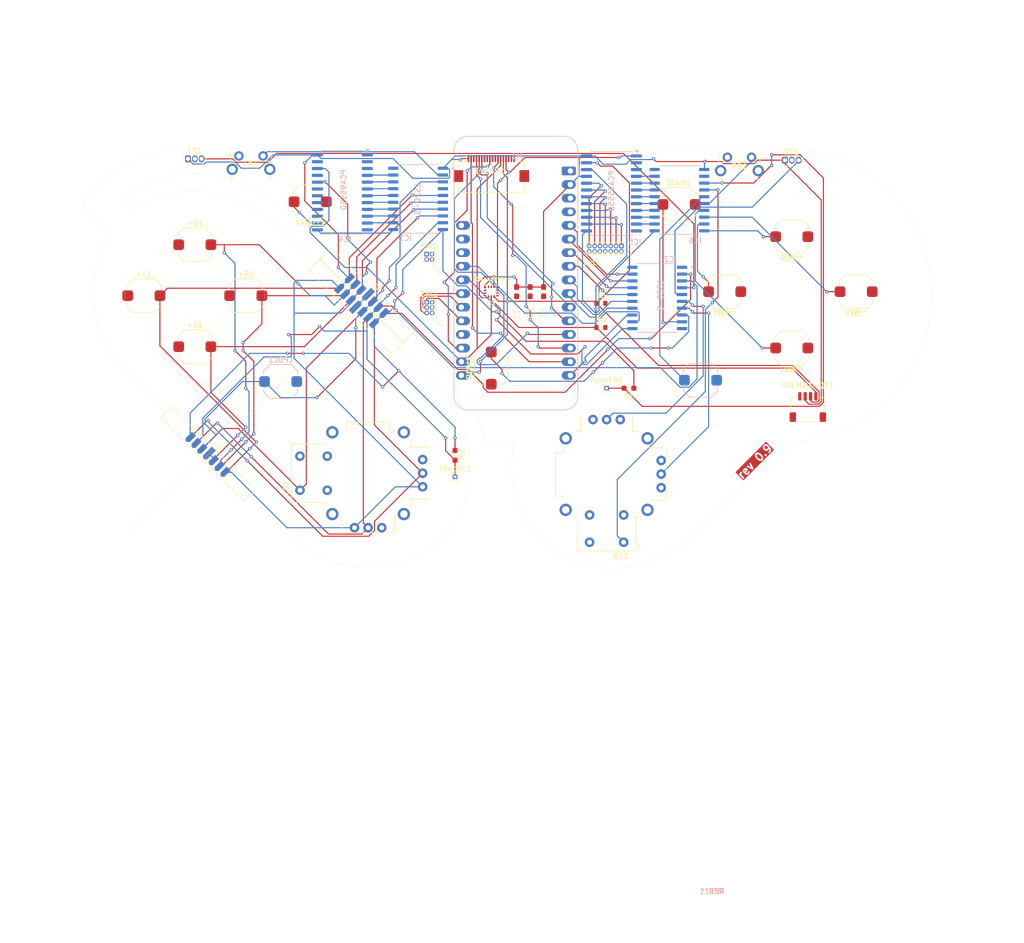
<source format=kicad_pcb>
(kicad_pcb (version 20240108) (generator "pcbnew") (generator_version "8.0")
  (layers (0 "F.Cu" signal) (31 "B.Cu" signal) (34 "B.Paste" user) (35 "F.Paste" user) (36 "B.SilkS" user "B.Silkscreen") (37 "F.SilkS" user "F.Silkscreen") (38 "B.Mask" user) (39 "F.Mask" user) (44 "Edge.Cuts" user))
  (net 0 "")
  (net 1 "+3.3V")
  (net 2 "GND")
  (net 3 "Net-(IC1-OUT5)")
  (net 4 "Net-(IC1-OUT6)")
  (net 5 "Net-(IC1-OUT8)")
  (net 6 "Net-(IC1-OUT7)")
  (net 7 "Net-(IC1-OUT0)")
  (net 8 "Net-(IC1-OUT1)")
  (net 9 "Net-(IC1-OUT3)")
  (net 10 "Net-(IC1-OUT4)")
  (net 11 "Net-(IC1-OUT2)")
  (net 12 "Orientation_Select")
  (net 13 "Net-(IC5-IO0_7)")
  (net 14 "Net-(IC5-IO0_4)")
  (net 15 "Net-(IC5-IO0_0)")
  (net 16 "Net-(IC5-IO1_0)")
  (net 17 "Net-(IC5-IO0_3)")
  (net 18 "Net-(IC5-IO0_5)")
  (net 19 "Net-(IC5-IO0_2)")
  (net 20 "Net-(IC5-IO0_6)")
  (net 21 "Net-(IC5-IO0_1)")
  (net 23 "Net-(EYESPI1-Pin_4)")
  (net 24 "Net-(EYESPI1-Pin_5)")
  (net 26 "Net-(EYESPI1-Pin_6)")
  (net 28 "Net-(EYESPI1-Pin_9)")
  (net 29 "Net-(EYESPI1-Pin_12)")
  (net 31 "RESET")
  (net 32 "Net-(EYESPI1-Pin_2)")
  (net 33 "Net-(EYESPI1-Pin_7)")
  (net 34 "Net-(IC2-SW6)")
  (net 35 "Net-(IC2-SW7)")
  (net 36 "Net-(EYESPI1-Pin_18)")
  (net 37 "Net-(EYESPI1-Pin_17)")
  (net 46 "/SCL")
  (net 47 "/SDA")
  (net 48 "/LT")
  (net 49 "/RT")
  (net 50 "/GPIO7")
  (net 51 "/GPIO6")
  (net 52 "/INTERRUPT")
  (net 53 "/GPIO5")
  (net 54 "/GPIO3")
  (net 55 "/GPIO4")
  (net 56 "/GPIO1")
  (net 57 "/GPIO2")
  (net 58 "/D9")
  (net 59 "/A1")
  (net 60 "/A0")
  (net 61 "/A2")
  (net 62 "/PS")
  (net 63 "/D7")
  (net 64 "/D8")
  (net 65 "/A4")
  (net 66 "/A3")
  (net 67 "/START")
  (net 68 "/A5")
  (net 69 "/RPDL")
  (net 70 "/A")
  (net 71 "/RJSS")
  (net 72 "/RB")
  (net 73 "/X")
  (net 74 "/B")
  (net 75 "/Y")
  (net 76 "/LJSS")
  (net 77 "/L")
  (net 78 "/D")
  (net 79 "/LB")
  (net 80 "/U")
  (net 81 "/R")
  (net 82 "/LPDL")
  (net 83 "/RJSV")
  (net 84 "/LJSV")
  (net 85 "/RJSH")
  (net 86 "/LJSH")
  (net 87 "/RTouchSense")
  (net 88 "/TouchProbe")
  (net 89 "/LTouchSense")
  (net 90 "Net-(IC4-IO1_1)")
  (footprint "Connector_PinHeader_1.00mm:PinHeader_2x02_P1.00mm_Vertical" (layer "F.Cu") (at 76.46 32)
    (property "Reference" "Ext5")
    (property "Value" "Conn_02x02_Top_Bottom" (hide yes))
  )
  (footprint "Connector_PinHeader_1.00mm:PinHeader_1x01_P1.00mm_Vertical" (layer "F.Cu") (at 81.75 73.5)
    (property "Reference" "TouchL1")
    (property "Value" "Touch L")
  )
  (footprint "Connector_PinHeader_1.00mm:PinHeader_1x01_P1.00mm_Vertical" (layer "F.Cu") (at 110 57)
    (property "Reference" "TouchR1")
    (property "Value" "Touch R" (hide yes))
  )
  (footprint "Resistor_SMD:R_0603_1608Metric_Pad0.98x0.95mm_HandSolder" (layer "F.Cu") (at 81.75 69.5 -90)
    (property "Reference" "R2")
    (property "Value" "1M")
  )
  (footprint "Button_Switch_THT:SW_Tactile_SPST_Angled_PTS645Vx39-2LFS" (layer "F.Cu") (at 132.5 13.9625)
    (property "Reference" "RB1")
    (property "Value" "PTS645V" (hide yes))
  )
  (footprint "JSP_Footprints:BridgeableComb_2x7" (layer "F.Cu") (at 64.378292 40.723089 45)
    (property "Reference" "J2")
    (property "Value" "Mate" (hide yes))
  )
  (footprint "Capacitor_SMD:C_0603_1608Metric_Pad1.08x0.95mm_HandSolder" (layer "F.Cu") (at 95.74 39 90)
    (property "Reference" "C2")
    (property "Value" "2.2 uf" (hide yes))
  )
  (footprint "JSP_Footprints:BridgeableComb_2x7" (layer "F.Cu") (at 64.379568 40.701186 -135)
    (property "Reference" "J1")
    (property "Value" "PS Orient" (hide yes))
  )
  (footprint "Capacitor_SMD:C_0603_1608Metric_Pad1.08x0.95mm_HandSolder" (layer "F.Cu") (at 93.23 39 90)
    (property "Reference" "C1")
    (property "Value" "0.1 uf" (hide yes))
  )
  (footprint "Connector_PinHeader_1.00mm:PinHeader_2x03_P1.00mm_Vertical" (layer "F.Cu") (at 76.475 40.975)
    (property "Reference" "Ext1")
    (property "Value" "H1" (hide yes))
  )
  (footprint "JSP_Footprints:BridgeableComb_2x7" (layer "F.Cu") (at 34.722535 70.333864 45)
    (property "Reference" "J3")
    (property "Value" "Xbox Orient" (hide yes))
  )
  (footprint "Connector_JST:JST_SH_SM04B-SRSS-TB_1x04-1MP_P1.00mm_Horizontal" (layer "F.Cu") (at 147.5 60.5)
    (property "Reference" "STEMMA-QT1")
    (property "Value" "Conn_01x04")
  )
  (footprint "Button_Switch_SMD:SW_Push_1TS009xxxx-xxxx-xxxx_6x6x5mm" (layer "F.Cu") (at 144.5 28.75 180)
    (property "Reference" "Y1")
    (property "Value" "1-TS009")
  )
  (footprint "Button_Switch_SMD:SW_Push_1TS009xxxx-xxxx-xxxx_6x6x5mm" (layer "F.Cu") (at 144.5 49.5 180)
    (property "Reference" "A1")
    (property "Value" "1-TS009")
  )
  (footprint "Button_Switch_SMD:SW_Push_1TS009xxxx-xxxx-xxxx_6x6x5mm" (layer "F.Cu") (at 123.5 22.75)
    (property "Reference" "Start1")
    (property "Value" "1-TS009" (hide yes))
  )
  (footprint "Package_TO_SOT_THT:TO-92Flat" (layer "F.Cu") (at 31.98 14.25)
    (property "Reference" "LT1")
    (property "Value" "A1301EUA-T" (hide yes))
  )
  (footprint "Button_Switch_THT:SW_Tactile_SPST_Angled_PTS645Vx39-2LFS" (layer "F.Cu") (at 41.475 13.7125)
    (property "Reference" "LB1")
    (property "Value" "PTS645V" (hide yes))
  )
  (footprint "Button_Switch_SMD:SW_Push_1TS009xxxx-xxxx-xxxx_6x6x5mm" (layer "F.Cu") (at 33.25 30.25)
    (property "Reference" "+U1")
    (property "Value" "1-TS009")
  )
  (footprint "Connector_PinHeader_1.00mm:PinHeader_2x07_P1.00mm_Vertical" (layer "F.Cu") (at 112.75 30.5 -90)
    (property "Reference" "Ext4")
    (property "Value" "Conn_02x07_Counter_Clockwise" (hide yes))
  )
  (footprint "Button_Switch_SMD:SW_Push_1TS009xxxx-xxxx-xxxx_6x6x5mm" (layer "F.Cu") (at 23.75 39.75)
    (property "Reference" "+L1")
    (property "Value" "1-TS009" (hide yes))
  )
  (footprint "Button_Switch_SMD:SW_Push_1TS009xxxx-xxxx-xxxx_6x6x5mm" (layer "F.Cu") (at 33.25 49.25)
    (property "Reference" "+D1")
    (property "Value" "1-TS009" (hide yes))
  )
  (footprint "COM-09032:XDCR_COM-09032" (layer "F.Cu") (at 65.55 72.831281 90)
    (property "Reference" "LS1")
    (property "Value" "COM-09032")
  )
  (footprint "Capacitor_SMD:C_0603_1608Metric_Pad1.08x0.95mm_HandSolder" (layer "F.Cu") (at 98.25 39 90)
    (property "Reference" "C3")
    (property "Value" "10 nf" (hide yes))
  )
  (footprint "Button_Switch_SMD:SW_Push_1TS009xxxx-xxxx-xxxx_6x6x5mm" (layer "F.Cu") (at 54.75 22.25)
    (property "Reference" "Select1")
    (property "Value" "1-TS009" (hide yes))
  )
  (footprint "ICM-42670-P:XDCR_ICM-42670-P" (layer "F.Cu") (at 88.5 39 180)
    (property "Reference" "IC3")
    (property "Value" "ICM-42670-P")
  )
  (footprint "Button_Switch_SMD:SW_Push_1TS009xxxx-xxxx-xxxx_6x6x5mm" (layer "F.Cu") (at 88.5 53.25 90)
    (property "Reference" "POW1")
    (property "Value" "SW")
  )
  (footprint "Button_Switch_SMD:SW_Push_1TS009xxxx-xxxx-xxxx_6x6x5mm" (layer "F.Cu") (at 132 39 180)
    (property "Reference" "X1")
    (property "Value" "1-TS009")
  )
  (footprint "Button_Switch_SMD:SW_Push_1TS009xxxx-xxxx-xxxx_6x6x5mm" (layer "F.Cu") (at 42.75 39.75)
    (property "Reference" "+R1")
    (property "Value" "1-TS009" (hide yes))
  )
  (footprint "COM-09032:XDCR_COM-09032" (layer "F.Cu") (at 110 73 180)
    (property "Reference" "RS1")
    (property "Value" "COM-09032")
  )
  (footprint "Resistor_SMD:R_0603_1608Metric" (layer "F.Cu") (at 108.925 45.675)
    (property "Reference" "R4")
    (property "Value" "10k")
  )
  (footprint "Resistor_SMD:R_0603_1608Metric_Pad0.98x0.95mm_HandSolder" (layer "F.Cu") (at 114.1625 57 180)
    (property "Reference" "R1")
    (property "Value" "1M" (hide yes))
  )
  (footprint "Connector_FFC-FPC:Hirose_FH12-18S-0.5SH_1x18-1MP_P0.50mm_Horizontal" (layer "F.Cu") (at 88.5 16.05)
    (property "Reference" "EYESPI1")
    (property "Value" "Conn_01x18_Pin")
  )
  (footprint "Package_TO_SOT_THT:TO-92Flat" (layer "F.Cu") (at 143.23 14.5)
    (property "Reference" "RT1")
    (property "Value" "A1301EUA-T" (hide yes))
  )
  (footprint "Button_Switch_SMD:SW_Push_1TS009xxxx-xxxx-xxxx_6x6x5mm" (layer "F.Cu") (at 156.5 39 180)
    (property "Reference" "B1")
    (property "Value" "1-TS009")
  )
  (footprint "Resistor_SMD:R_0603_1608Metric" (layer "F.Cu") (at 108.925 41.175)
    (property "Reference" "R5")
    (property "Value" "10k")
  )
  (footprint "LS20-S:SOIC127P1033X265-20N" (layer "B.Cu") (at 74.87 21.715 180)
    (property "Reference" "IC1")
    (property "Value" "LS20-S")
  )
  (footprint "Button_Switch_SMD:SW_Push_1TS009xxxx-xxxx-xxxx_6x6x5mm" (layer "B.Cu") (at 49.25 55.75 180)
    (property "Reference" "LPDL1")
    (property "Value" "1-TS009" (hide yes))
  )
  (footprint "Package_SO:SOIC-24W_7.5x15.4mm_P1.27mm" (layer "B.Cu") (at 110.9 20.695 180)
    (property "Reference" "IC5")
    (property "Value" "PCA9555D")
  )
  (footprint "LS20-S:SOIC127P1033X265-20N" (layer "B.Cu") (at 119.425 40.175 180)
    (property "Reference" "IC2")
    (property "Value" "LS20-S")
  )
  (footprint "Module:Adafruit_Feather" (layer "B.Cu") (at 103.25 16.5 180)
    (property "Reference" "M1")
    (property "Value" "Adafruit_Feather_Generic")
  )
  (footprint "Button_Switch_SMD:SW_Push_1TS009xxxx-xxxx-xxxx_6x6x5mm" (layer "B.Cu") (at 127.5 55.5 180)
    (property "Reference" "RPDL1")
    (property "Value" "1-TS009" (hide yes))
  )
  (footprint "Package_SO:SOIC-24W_7.5x15.4mm_P1.27mm" (layer "B.Cu") (at 60.75 20.5 180)
    (property "Reference" "IC4")
    (property "Value" "PCA9555D")
  )
  (footprint "LS20-S:SOIC127P1033X265-20N" (layer "B.Cu") (at 123.5625 21.945 180)
    (property "Reference" "IC6")
    (property "Value" "LS20-S")
  )
  (gr_line (start 46.249964 43.750028) (end 46.249964 35.75) (stroke (width 0.0254)) (layer "F.SilkS"))
  (gr_line (start 29.249968 43.750027) (end 29.249968 52.749996) (stroke (width 0.0254)) (layer "F.SilkS"))
  (gr_line (start 49.274628 56.083875) (end 47.842331 57.232593) (stroke (width 0.0254)) (layer "F.SilkS"))
  (gr_curve (pts (xy 60.626974 60.99257) (xy 55.956044 62.927332) (xy 52.910517 67.485286) (xy 52.910517 72.541064)) (stroke (width 0.0254)) (layer "F.SilkS"))
  (gr_line (start 37.249996 26.750031) (end 29.249968 26.750031) (stroke (width 0.0254)) (layer "F.SilkS"))
  (gr_line (start 46.249964 35.75) (end 37.249996 35.749999) (stroke (width 0.0254)) (layer "F.SilkS"))
  (gr_line (start 49.274629 55.516714) (end 50.706928 54.367996) (stroke (width 0.0254)) (layer "F.SilkS"))
  (gr_line (start 77.5 40) (end 77.5 44) (stroke (width 0.1)) (layer "F.SilkS"))
  (gr_line (start 21.0315 84.043424) (end 77.517758 27.557166) (stroke (width 0.0254)) (layer "F.SilkS"))
  (gr_curve (pts (xy 52.910517 72.541064) (xy 52.910517 77.596842) (xy 55.956044 82.154796) (xy 60.626974 84.089558)) (stroke (width 0.0254)) (layer "F.SilkS"))
  (gr_line (start 37.249996 35.749999) (end 37.249996 26.750031) (stroke (width 0.0254)) (layer "F.SilkS"))
  (gr_line (start 113.75 31.75) (end 105.5 31.75) (stroke (width 0.1)) (layer "F.SilkS"))
  (gr_line (start 20.25 43.750028) (end 29.249968 43.750027) (stroke (width 0.0254)) (layer "F.SilkS"))
  (gr_line (start 47.84233 54.367996) (end 49.274629 55.516714) (stroke (width 0.0254)) (layer "F.SilkS"))
  (gr_curve (pts (xy 77.910517 72.541064) (xy 77.910517 69.225858) (xy 76.593556 66.046434) (xy 74.249352 63.702229)) (stroke (width 0.0254)) (layer "F.SilkS"))
  (gr_line (start 77.517758 27.557166) (end 21.0315 84.043424) (stroke (width 0.0254)) (layer "F.SilkS"))
  (gr_line (start 50.706927 57.232593) (end 49.274628 56.083875) (stroke (width 0.0254)) (layer "F.SilkS"))
  (gr_curve (pts (xy 60.626974 84.089558) (xy 65.297904 86.024321) (xy 70.674377 84.954874) (xy 74.249352 81.379899)) (stroke (width 0.0254)) (layer "F.SilkS"))
  (gr_line (start 77.5 34.25) (end 78.25 35) (stroke (width 0.1)) (layer "F.SilkS"))
  (gr_line (start 77.5 31) (end 77.5 34.25) (stroke (width 0.1)) (layer "F.SilkS"))
  (gr_curve (pts (xy 74.249352 63.702229) (xy 70.674377 60.127254) (xy 65.297904 59.057807) (xy 60.626974 60.99257)) (stroke (width 0.0254)) (layer "F.SilkS"))
  (gr_line (start 29.249968 35.749999) (end 20.25 35.75) (stroke (width 0.0254)) (layer "F.SilkS"))
  (gr_line (start 29.249968 26.750031) (end 29.249968 35.749999) (stroke (width 0.0254)) (layer "F.SilkS"))
  (gr_line (start 48.991048 55.800295) (end 47.84233 54.367996) (stroke (width 0.0254)) (layer "F.SilkS"))
  (gr_line (start 20.25 35.75) (end 20.25 43.750028) (stroke (width 0.0254)) (layer "F.SilkS"))
  (gr_line (start 47.842331 57.232593) (end 48.991048 55.800295) (stroke (width 0.0254)) (layer "F.SilkS"))
  (gr_line (start 37.249996 43.750027) (end 46.249964 43.750028) (stroke (width 0.0254)) (layer "F.SilkS"))
  (gr_line (start 50.706928 54.367996) (end 49.558209 55.800294) (stroke (width 0.0254)) (layer "F.SilkS"))
  (gr_line (start 77.5 44) (end 78.5 44.75) (stroke (width 0.1)) (layer "F.SilkS"))
  (gr_line (start 29.249968 52.749996) (end 37.249996 52.749996) (stroke (width 0.0254)) (layer "F.SilkS"))
  (gr_line (start 37.249996 52.749996) (end 37.249996 43.750027) (stroke (width 0.0254)) (layer "F.SilkS"))
  (gr_curve (pts (xy 74.249352 81.379899) (xy 76.593556 79.035694) (xy 77.910517 75.85627) (xy 77.910517 72.541064)) (stroke (width 0.0254)) (layer "F.SilkS"))
  (gr_line (start 49.558209 55.800294) (end 50.706927 57.232593) (stroke (width 0.0254)) (layer "F.SilkS"))
  (gr_line (start 55.516496 33.898612) (end 48.752051 27.134684) (stroke (width 0.0254)) (layer "Edge.Cuts"))
  (gr_line (start 43.316207 76.893404) (end 50.470293 84.047489) (stroke (width 0.0254)) (layer "Edge.Cuts"))
  (gr_line (start 73.030156 47.159818) (end 81.159375 55.289038) (stroke (width 0.0254)) (layer "Edge.Cuts"))
  (gr_curve (pts (xy 48.387216 26.717655) (xy 41.10636 19.450935) (xy 30.00826 18.152971) (xy 22.167627 23.651176)) (stroke (width 0.0254)) (layer "Edge.Cuts"))
  (gr_curve (pts (xy 111.774222 90.521114) (xy 117.147333 90.323315) (xy 122.378844 87.999141) (xy 126.317862 84.059892)) (stroke (width 0.0254)) (layer "Edge.Cuts"))
  (gr_curve (pts (xy 35.015939 17.003519) (xy 40.406294 17.382769) (xy 45.480081 19.689452) (xy 49.30964 23.501831)) (stroke (width 0.0254)) (layer "Edge.Cuts"))
  (gr_curve (pts (xy 48.752051 27.134684) (xy 48.632166 26.994206) (xy 48.510543 26.855185) (xy 48.387216 26.717655)) (stroke (width 0.0254)) (layer "Edge.Cuts"))
  (gr_line (start 77.676901 56.059534) (end 70.913489 49.296122) (stroke (width 0.0254)) (layer "Edge.Cuts"))
  (gr_curve (pts (xy 50.497681 84.021651) (xy 54.436833 87.960779) (xy 59.668422 90.284777) (xy 65.041535 90.482382)) (stroke (width 0.0254)) (layer "Edge.Cuts"))
  (gr_line (start 126.683212 83.642863) (end 143.321992 67.004085) (stroke (width 0.0254)) (layer "Edge.Cuts"))
  (gr_line (start 70.913489 49.296122) (end 71.929965 48.279647) (stroke (width 0.0254)) (layer "Edge.Cuts"))
  (gr_curve (pts (xy 17.678496 28.150126) (xy 12.225404 35.992428) (xy 13.541137 47.054676) (xy 20.790451 54.31442)) (stroke (width 0.0254)) (layer "Edge.Cuts"))
  (gr_curve (pts (xy 170.572522 39.641414) (xy 170.572522 24.476616) (xy 158.326342 12.267891) (xy 143.114762 12.267891)) (stroke (width 0.0254)) (layer "Edge.Cuts"))
  (gr_line (start 143.114762 12.267891) (end 33.283745 12.267891) (stroke (width 0.0254)) (layer "Edge.Cuts"))
  (gr_line (start 50.497164 84.021134) (end 50.497681 84.021651) (stroke (width 0.0254)) (layer "Edge.Cuts"))
  (gr_line (start 12.5 21.75) (end 12.535657 22.96543) (stroke (width 0.0254)) (layer "Edge.Cuts"))
  (gr_curve (pts (xy 79.148646 85.075333) (xy 86.769024 77.454686) (xy 86.297046 64.627535) (xy 78.094446 56.424886)) (stroke (width 0.0254)) (layer "Edge.Cuts"))
  (gr_line (start 87.315072 67.01442) (end 92.873389 67.01442) (stroke (width 0.0254)) (layer "Edge.Cuts"))
  (gr_line (start 20.791484 54.315454) (end 20.765129 54.342326) (stroke (width 0.0254)) (layer "Edge.Cuts"))
  (gr_line (start 71.929965 48.279647) (end 71.920146 48.269828) (stroke (width 0.0254)) (layer "Edge.Cuts"))
  (gr_line (start 26.904289 62.510819) (end 42.301799 77.907812) (stroke (width 0.0254)) (layer "Edge.Cuts"))
  (gr_line (start 12.535657 22.96543) (end 15.425403 25.981266) (stroke (width 0.0254)) (layer "Edge.Cuts"))
  (gr_line (start 49.341679 23.471342) (end 57.652283 31.782462) (stroke (width 0.0254)) (layer "Edge.Cuts"))
  (gr_line (start 81.12837 55.320561) (end 81.129403 55.321594) (stroke (width 0.0254)) (layer "Edge.Cuts"))
  (gr_curve (pts (xy 78.094446 56.424886) (xy 77.956748 56.301382) (xy 77.817555 56.179587) (xy 77.676901 56.059534)) (stroke (width 0.0254)) (layer "Edge.Cuts"))
  (gr_line (start 50.470293 84.047489) (end 50.497164 84.021134) (stroke (width 0.0254)) (layer "Edge.Cuts"))
  (gr_curve (pts (xy 126.317862 84.059892) (xy 126.441362 83.922365) (xy 126.563156 83.783344) (xy 126.683212 83.642863)) (stroke (width 0.0254)) (layer "Edge.Cuts"))
  (gr_line (start 20.790451 54.31442) (end 20.791484 54.315454) (stroke (width 0.0254)) (layer "Edge.Cuts"))
  (gr_line (start 49.310674 23.502348) (end 49.341679 23.471342) (stroke (width 0.0254)) (layer "Edge.Cuts"))
  (gr_line (start 20.765129 54.342326) (end 27.918698 61.496411) (stroke (width 0.0254)) (layer "Edge.Cuts"))
  (gr_line (start 56.532972 32.882137) (end 55.516496 33.898612) (stroke (width 0.0254)) (layer "Edge.Cuts"))
  (gr_curve (pts (xy 143.321992 67.004085) (xy 158.436202 66.892471) (xy 170.572522 54.736449) (xy 170.572522 39.641414)) (stroke (width 0.0254)) (layer "Edge.Cuts"))
  (gr_line (start 22.167627 23.651176) (end 19.952776 21.436324) (stroke (width 0.0254)) (layer "Edge.Cuts"))
  (gr_curve (pts (xy 15.425403 25.981266) (xy 15.435714 25.96351) (xy 15.44605 25.945767) (xy 15.456409 25.928039)) (stroke (width 0.0254)) (layer "Edge.Cuts"))
  (gr_line (start 81.159375 55.289038) (end 81.12837 55.320561) (stroke (width 0.0254)) (layer "Edge.Cuts"))
  (gr_curve (pts (xy 19.952776 21.436324) (xy 24.278532 18.19766) (xy 29.625467 16.624158) (xy 35.015939 17.003519)) (stroke (width 0.0254)) (layer "Edge.Cuts"))
  (gr_line (start 57.652283 31.782462) (end 56.54279 32.891955) (stroke (width 0.0254)) (layer "Edge.Cuts"))
  (gr_curve (pts (xy 97.666895 85.114608) (xy 101.326546 88.774131) (xy 106.401111 90.718912) (xy 111.774222 90.521114)) (stroke (width 0.0254)) (layer "Edge.Cuts"))
  (gr_line (start 56.54279 32.891955) (end 56.532972 32.882137) (stroke (width 0.0254)) (layer "Edge.Cuts"))
  (gr_line (start 42.301799 77.907812) (end 43.316207 76.893404) (stroke (width 0.0254)) (layer "Edge.Cuts"))
  (gr_line (start 27.918698 61.496411) (end 26.904289 62.510819) (stroke (width 0.0254)) (layer "Edge.Cuts"))
  (gr_line (start 71.920146 48.269828) (end 73.030156 47.159818) (stroke (width 0.0254)) (layer "Edge.Cuts"))
  (gr_curve (pts (xy 65.041535 90.482382) (xy 70.414648 90.679986) (xy 75.489136 88.735009) (xy 79.148646 85.075333)) (stroke (width 0.0254)) (layer "Edge.Cuts"))
  (gr_curve (pts (xy 92.873389 67.01442) (xy 91.281191 73.694599) (xy 93.079539 80.485127) (xy 97.666895 85.114608)) (stroke (width 0.0254)) (layer "Edge.Cuts"))
  (gr_line (start 49.30964 23.501831) (end 49.310674 23.502348) (stroke (width 0.0254)) (layer "Edge.Cuts"))
  (gr_curve (pts (xy 33.283745 12.267891) (xy 24.952413 12.267891) (xy 17.527476 15.945609) (xy 12.5 21.75)) (stroke (width 0.0254)) (layer "Edge.Cuts"))
  (gr_curve (pts (xy 81.129403 55.321594) (xy 84.316436 58.511277) (xy 86.471499 62.585013) (xy 87.315072 67.01442)) (stroke (width 0.0254)) (layer "Edge.Cuts"))
  (gr_line (start 15.456409 25.928039) (end 17.678496 28.150126) (stroke (width 0.0254)) (layer "Edge.Cuts"))
  (gr_text "rev 0.9" (at 135.25 74.25 45) (layer "F.Cu" knockout) (effects (font (size 1.5 1.5) (thickness 0.3) (bold yes)) (justify left bottom)))
  (gr_text "G" (at 78.25 35.75 0) (layer "F.SilkS") (effects (font (size 1 1) (thickness 0.1)) (justify left bottom)))
  (gr_text "G" (at 78.5 45.5 0) (layer "F.SilkS") (effects (font (size 1 1) (thickness 0.1)) (justify left bottom)))
  (gr_text "G" (at 113.75 32.25 0) (layer "F.SilkS") (effects (font (size 1 1) (thickness 0.1)) (justify left bottom)))
  (segment (start 104.63 50.62) (end 95.87 50.62) (width 0.2) (layer "F.Cu") (net 0))
  (segment (start 95.87 50.62) (end 89.5 44.25) (width 0.2) (layer "F.Cu") (net 0))
  (segment (start 106 49.25) (end 104.63 50.62) (width 0.2) (layer "F.Cu") (net 0))
  (via (at 106 49.25) (size 0.6) (drill 0.3) (layers "F.Cu" "B.Cu") (net 0))
  (via (at 89.5 44.25) (size 0.6) (drill 0.3) (layers "F.Cu" "B.Cu") (net 0))
  (segment (start 112.958529 45.89) (end 106.248529 52.6) (width 0.2) (layer "B.Cu") (net 0))
  (segment (start 105.4 52.248529) (end 105.4 49.85) (width 0.2) (layer "B.Cu") (net 0))
  (segment (start 90.1 43.65) (end 90.1 42.501471) (width 0.2) (layer "B.Cu") (net 0))
  (segment (start 105.4 49.85) (end 106 49.25) (width 0.2) (layer "B.Cu") (net 0))
  (segment (start 114.805 45.89) (end 112.958529 45.89) (width 0.2) (layer "B.Cu") (net 0))
  (segment (start 105.751471 52.6) (end 105.4 52.248529) (width 0.2) (layer "B.Cu") (net 0))
  (segment (start 106.248529 52.6) (end 105.751471 52.6) (width 0.2) (layer "B.Cu") (net 0))
  (segment (start 84.418529 36.82) (end 82.93 36.82) (width 0.2) (layer "B.Cu") (net 0))
  (segment (start 89.5 44.25) (end 90.1 43.65) (width 0.2) (layer "B.Cu") (net 0))
  (segment (start 90.1 42.501471) (end 84.418529 36.82) (width 0.2) (layer "B.Cu") (net 0))
  (segment (start 87.275 36.25) (end 89 36.25) (width 0.2) (layer "F.Cu") (net 1))
  (segment (start 131.456689 14.75) (end 128.25 14.75) (width 0.2) (layer "F.Cu") (net 1))
  (segment (start 150 21.92) (end 143.23 15.15) (width 0.2) (layer "F.Cu") (net 1))
  (segment (start 143.23 14.5) (end 138.124201 14.5) (width 0.2) (layer "F.Cu") (net 1))
  (segment (start 83.05 14.2) (end 82.75 14.5) (width 0.2) (layer "F.Cu") (net 1))
  (segment (start 86.275 37.25) (end 87.275 36.25) (width 0.2) (layer "F.Cu") (net 1))
  (segment (start 88 39.9125) (end 87.7375 40.175) (width 0.2) (layer "F.Cu") (net 1))
  (segment (start 89 37) (end 89 38.0875) (width 0.2) (layer "F.Cu") (net 1))
  (segment (start 119.25 14.75) (end 118.75 14.25) (width 0.2) (layer "F.Cu") (net 1))
  (segment (start 147 58.5) (end 147 59.274999) (width 0.2) (layer "F.Cu") (net 1))
  (segment (start 147 59.274999) (end 147.700001 59.975) (width 0.2) (layer "F.Cu") (net 1))
  (segment (start 128.5 14.5) (end 128.25 14.75) (width 0.2) (layer "F.Cu") (net 1))
  (segment (start 128.25 14.75) (end 119.25 14.75) (width 0.2) (layer "F.Cu") (net 1))
  (segment (start 98.25 38.1375) (end 95.74 38.1375) (width 0.2) (layer "F.Cu") (net 1))
  (segment (start 60 34.5) (end 60 28.361358) (width 0.2) (layer "F.Cu") (net 1))
  (segment (start 138.124201 14.5) (end 137.486701 15.1375) (width 0.2) (layer "F.Cu") (net 1))
  (segment (start 98.25 38.1375) (end 98.25 24.04) (width 0.2) (layer "F.Cu") (net 1))
  (segment (start 147.700001 59.975) (end 149.506238 59.975) (width 0.2) (layer "F.Cu") (net 1))
  (segment (start 86.275 39.65) (end 86.275 37.25) (width 0.2) (layer "F.Cu") (net 1))
  (segment (start 87.3375 37.7875) (end 88.125 37) (width 0.2) (layer "F.Cu") (net 1))
  (segment (start 137.486701 15.1375) (end 131.844189 15.1375) (width 0.2) (layer "F.Cu") (net 1))
  (segment (start 93.23 36.73) (end 92.75 36.25) (width 0.2) (layer "F.Cu") (net 1))
  (segment (start 93.23 38.1375) (end 93.23 36.73) (width 0.2) (layer "F.Cu") (net 1))
  (segment (start 95.74 38.1375) (end 93.23 38.1375) (width 0.2) (layer "F.Cu") (net 1))
  (segment (start 86.8 40.175) (end 86.275 39.65) (width 0.2) (layer "F.Cu") (net 1))
  (segment (start 87.3375 38.25) (end 87.3375 37.7875) (width 0.2) (layer "F.Cu") (net 1))
  (segment (start 53.75 22.111358) (end 53.75 15) (width 0.2) (layer "F.Cu") (net 1))
  (segment (start 88.125 37) (end 89 37) (width 0.2) (layer "F.Cu") (net 1))
  (segment (start 87.7375 40.175) (end 86.8 40.175) (width 0.2) (layer "F.Cu") (net 1))
  (segment (start 150 59.481238) (end 150 21.92) (width 0.2) (layer "F.Cu") (net 1))
  (segment (start 98.25 24.04) (end 103.25 19.04) (width 0.2) (layer "F.Cu") (net 1))
  (segment (start 149.506238 59.975) (end 150 59.481238) (width 0.2) (layer "F.Cu") (net 1))
  (segment (start 131.844189 15.1375) (end 131.456689 14.75) (width 0.2) (layer "F.Cu") (net 1))
  (segment (start 143.23 15.15) (end 143.23 14.5) (width 0.2) (layer "F.Cu") (net 1))
  (segment (start 84.25 14.2) (end 83.05 14.2) (width 0.2) (layer "F.Cu") (net 1))
  (segment (start 89 36.25) (end 89 37) (width 0.2) (layer "F.Cu") (net 1))
  (segment (start 60 28.361358) (end 53.75 22.111358) (width 0.2) (layer "F.Cu") (net 1))
  (via (at 128.25 14.75) (size 0.6) (drill 0.3) (layers "F.Cu" "B.Cu") (net 1))
  (via (at 89 36.25) (size 0.6) (drill 0.3) (layers "F.Cu" "B.Cu") (net 1))
  (via (at 82.75 14.5) (size 0.6) (drill 0.3) (layers "F.Cu" "B.Cu") (net 1))
  (via (at 53.75 15) (size 0.6) (drill 0.3) (layers "F.Cu" "B.Cu") (net 1))
  (via (at 118.75 14.25) (size 0.6) (drill 0.3) (layers "F.Cu" "B.Cu") (net 1))
  (via (at 92.75 36.25) (size 0.6) (drill 0.3) (layers "F.Cu" "B.Cu") (net 1))
  (via (at 60 34.5) (size 0.6) (drill 0.3) (layers "F.Cu" "B.Cu") (net 1))
  (segment (start 55.235 13.515) (end 56.1 13.515) (width 0.2) (layer "B.Cu") (net 1))
  (segment (start 118.62 14.38) (end 114.484448 14.38) (width 0.2) (layer "B.Cu") (net 1))
  (segment (start 106.25 13.71) (end 81.78 13.71) (width 0.2) (layer "B.Cu") (net 1))
  (segment (start 92.75 36.25) (end 89 36.25) (width 0.2) (layer "B.Cu") (net 1))
  (segment (start 79.49 16) (end 80.439999 16) (width 0.2) (layer "B.Cu") (net 1))
  (segment (start 104.925 17.445) (end 105 17.52) (width 0.2) (layer "B.Cu") (net 1))
  (segment (start 61.910368 36.704601) (end 60.13622 38.478749) (width 0.2) (layer "B.Cu") (net 1))
  (segment (start 80.439999 16) (end 80.74 16.300001) (width 0.2) (layer "B.Cu") (net 1))
  (segment (start 51.75 43) (end 51.75 51.411281) (width 0.2) (layer "B.Cu") (net 1))
  (segment (start 35.3975 14.8525) (end 35.05 15.2) (width 0.2) (layer "B.Cu") (net 1))
  (segment (start 105.225001 13.71) (end 104.925 14.010001) (width 0.2) (layer "B.Cu") (net 1))
  (segment (start 114.484448 14.38) (end 113.614448 15.25) (width 0.2) (layer "B.Cu") (net 1))
  (segment (start 81.12 14.37) (end 79.49 16) (width 0.2) (layer "B.Cu") (net 1))
  (segment (start 32.908274 15.2) (end 31.98 14.271726) (width 0.2) (layer "B.Cu") (net 1))
  (segment (start 61.930995 36.704601) (end 61.910368 36.704601) (width 0.2) (layer "B.Cu") (net 1))
  (segment (start 118.75 14.25) (end 118.62 14.38) (width 0.2) (layer "B.Cu") (net 1))
  (segment (start 104.925 14.010001) (end 104.925 17.445) (width 0.2) (layer "B.Cu") (net 1))
  (segment (start 80.74 17.65241) (end 80.52241 17.87) (width 0.2) (layer "B.Cu") (net 1))
  (segment (start 105 17.52) (end 106.25 17.52) (width 0.2) (layer "B.Cu") (net 1))
  (segment (start 60.24865 38.366319) (end 58.782331 36.9) (width 0.2) (layer "B.Cu") (net 1))
  (segment (start 51.75 37.401471) (end 51.75 43) (width 0.2) (layer "B.Cu") (net 1))
  (segment (start 52.251471 36.9) (end 51.75 37.401471) (width 0.2) (layer "B.Cu") (net 1))
  (segment (start 128.25 16.1625) (end 128.1825 16.23) (width 0.2) (layer "B.Cu") (net 1))
  (segment (start 51.75 43) (end 60.491179 43) (width 0.2) (layer "B.Cu") (net 1))
  (segment (start 35.05 15.2) (end 32.908274 15.2) (width 0.2) (layer "B.Cu") (net 1))
  (segment (start 53.75 15) (end 55.235 13.515) (width 0.2) (layer "B.Cu") (net 1))
  (segment (start 81.78 13.71) (end 81.12 14.37) (width 0.2) (layer "B.Cu") (net 1))
  (segment (start 128.25 14.75) (end 128.25 16.1625) (width 0.2) (layer "B.Cu") (net 1))
  (segment (start 107.808529 13.71) (end 106.25 13.71) (width 0.2) (layer "B.Cu") (net 1))
  (segment (start 50.403819 82.991281) (end 40.081269 72.668731) (width 0.2) (layer "B.Cu") (net 1))
  (segment (start 40.784189 14.8525) (end 35.3975 14.8525) (width 0.2) (layer "B.Cu") (net 1))
  (segment (start 80.74 16.300001) (end 80.74 17.65241) (width 0.2) (layer "B.Cu") (net 1))
  (segment (start 106.25 13.71) (end 105.225001 13.71) (width 0.2) (layer "B.Cu") (net 1))
  (segment (start 109.348529 15.25) (end 107.808529 13.71) (width 0.2) (layer "B.Cu") (net 1))
  (segment (start 40.081269 72.668731) (end 38.853453 72.668731) (width 0.2) (layer "B.Cu") (net 1))
  (segment (start 82.75 14.5) (end 82.62 14.37) (width 0.2) (layer "B.Cu") (net 1))
  (segment (start 82.62 14.37) (end 81.12 14.37) (width 0.2) (layer "B.Cu") (net 1))
  (segment (start 45.349201 16) (end 41.931689 16) (width 0.2) (layer "B.Cu") (net 1))
  (segment (start 60 34.548746) (end 60 34.5) (width 0.2) (layer "B.Cu") (net 1))
  (segment (start 60.491179 43) (end 62.686755 40.804424) (width 0.2) (layer "B.Cu") (net 1))
  (segment (start 113.614448 15.25) (end 109.348529 15.25) (width 0.2) (layer "B.Cu") (net 1))
  (segment (start 51.75 51.411281) (end 75.71 75.371281) (width 0.2) (layer "B.Cu") (net 1))
  (segment (start 70.63 75.371281) (end 63.01 82.991281) (width 0.2) (layer "B.Cu") (net 1))
  (segment (start 31.98 14.271726) (end 31.98 14.25) (width 0.2) (layer "B.Cu") (net 1))
  (segment (start 58.782331 36.9) (end 52.251471 36.9) (width 0.2) (layer "B.Cu") (net 1))
  (segment (start 106.25 17.52) (end 104.77 17.52) (width 0.2) (layer "B.Cu") (net 1))
  (segment (start 104.77 17.52) (end 103.25 19.04) (width 0.2) (layer "B.Cu") (net 1))
  (segment (start 63.01 82.991281) (end 50.403819 82.991281) (width 0.2) (layer "B.Cu") (net 1))
  (segment (start 62.043425 36.592171) (end 60 34.548746) (width 0.2) (layer "B.Cu") (net 1))
  (segment (start 75.71 75.371281) (end 70.63 75.371281) (width 0.2) (layer "B.Cu") (net 1))
  (segment (start 41.931689 16) (end 40.784189 14.8525) (width 0.2) (layer "B.Cu") (net 1))
  (segment (start 56.1 13.515) (end 47.834201 13.515) (width 0.2) (layer "B.Cu") (net 1))
  (segment (start 47.834201 13.515) (end 45.349201 16) (width 0.2) (layer "B.Cu") (net 1))
  (segment (start 80.52241 17.87) (end 73.87 17.87) (width 0.2) (layer "B.Cu") (net 1))
  (segment (start 56.77 14.185) (end 56.1 13.515) (width 0.2) (layer "B.Cu") (net 1))
  (segment (start 73.87 17.87) (end 70.185 14.185) (width 0.2) (layer "B.Cu") (net 1))
  (segment (start 70.185 14.185) (end 56.77 14.185) (width 0.2) (layer "B.Cu") (net 1))
  (segment (start 65.438952 39.662429) (end 65.418325 39.662429) (width 0.2) (layer "F.Cu") (net 2))
  (segment (start 65.418325 39.662429) (end 63.094048 41.986706) (width 0.2) (layer "F.Cu") (net 2))
  (segment (start 65.438952 39.662429) (end 65.418325 39.662429) (width 0.2) (layer "B.Cu") (net 2))
  (segment (start 65.418325 39.662429) (end 63.094048 41.986706) (width 0.2) (layer "B.Cu") (net 2))
  (segment (start 36.698191 69.96334) (end 35.895625 69.160774) (width 0.2) (layer "B.Cu") (net 2))
  (segment (start 36.698191 70.513469) (end 36.698191 69.96334) (width 0.2) (layer "B.Cu") (net 2))
  (segment (start 65.455 23.62) (end 65.4 23.675) (width 0.2) (layer "B.Cu") (net 3))
  (segment (start 70.25 23.62) (end 65.455 23.62) (width 0.2) (layer "B.Cu") (net 3))
  (segment (start 70.25 24.89) (end 65.455 24.89) (width 0.2) (layer "B.Cu") (net 4))
  (segment (start 65.455 24.89) (end 65.4 24.945) (width 0.2) (layer "B.Cu") (net 4))
  (segment (start 70.25 27.43) (end 69.595 28.085) (width 0.2) (layer "B.Cu") (net 5))
  (segment (start 69.595 28.085) (end 56.7 28.085) (width 0.2) (layer "B.Cu") (net 5))
  (segment (start 56.7 28.085) (end 56.1 27.485) (width 0.2) (layer "B.Cu") (net 5))
  (segment (start 65.455 26.16) (end 65.4 26.215) (width 0.2) (layer "B.Cu") (net 6))
  (segment (start 70.25 26.16) (end 65.455 26.16) (width 0.2) (layer "B.Cu") (net 6))
  (segment (start 70.25 17.27) (end 65.455 17.27) (width 0.2) (layer "B.Cu") (net 7))
  (segment (start 65.455 17.27) (end 65.4 17.325) (width 0.2) (layer "B.Cu") (net 7))
  (segment (start 70.25 18.54) (end 65.455 18.54) (width 0.2) (layer "B.Cu") (net 8))
  (segment (start 65.455 18.54) (end 65.4 18.595) (width 0.2) (layer "B.Cu") (net 8))
  (segment (start 65.455 21.08) (end 65.4 21.135) (width 0.2) (layer "B.Cu") (net 9))
  (segment (start 70.25 21.08) (end 65.455 21.08) (width 0.2) (layer "B.Cu") (net 9))
  (segment (start 65.455 22.35) (end 65.4 22.405) (width 0.2) (layer "B.Cu") (net 10))
  (segment (start 70.25 22.35) (end 65.455 22.35) (width 0.2) (layer "B.Cu") (net 10))
  (segment (start 70.25 19.81) (end 65.455 19.81) (width 0.2) (layer "B.Cu") (net 11))
  (segment (start 65.455 19.81) (end 65.4 19.865) (width 0.2) (layer "B.Cu") (net 11))
  (segment (start 65.25 34.25) (end 66 33.5) (width 0.2) (layer "F.Cu") (net 12))
  (segment (start 65.25 35.5) (end 65.25 34.25) (width 0.2) (layer "F.Cu") (net 12))
  (segment (start 61.75 22.75) (end 57.5 18.5) (width 0.2) (layer "F.Cu") (net 12))
  (segment (start 61.75 29) (end 61.75 22.75) (width 0.2) (layer "F.Cu") (net 12))
  (via (at 65.25 35.5) (size 0.6) (drill 0.3) (layers "F.Cu" "B.Cu") (net 12))
  (via (at 61.75 29) (size 0.6) (drill 0.3) (layers "F.Cu" "B.Cu") (net 12))
  (via (at 66 33.5) (size 0.6) (drill 0.3) (layers "F.Cu" "B.Cu") (net 12))
  (via (at 57.5 18.5) (size 0.6) (drill 0.3) (layers "F.Cu" "B.Cu") (net 12))
  (segment (start 64.487373 36.262627) (end 65.25 35.5) (width 0.2) (layer "B.Cu") (net 12))
  (segment (start 64.487373 38.458747) (end 64.487373 36.262627) (width 0.2) (layer "B.Cu") (net 12))
  (segment (start 64.06563 38.859863) (end 62.291482 40.634011) (width 0.2) (layer "B.Cu") (net 12))
  (segment (start 66 33.5) (end 61.75 29.25) (width 0.2) (layer "B.Cu") (net 12))
  (segment (start 64.086257 38.859863) (end 64.06563 38.859863) (width 0.2) (layer "B.Cu") (net 12))
  (segment (start 56.195 18.5) (end 56.1 18.595) (width 0.2) (layer "B.Cu") (net 12))
  (segment (start 64.198687 38.747433) (end 64.487373 38.458747) (width 0.2) (layer "B.Cu") (net 12))
  (segment (start 61.75 29.25) (end 61.75 29) (width 0.2) (layer "B.Cu") (net 12))
  (segment (start 57.5 18.5) (end 56.195 18.5) (width 0.2) (layer "B.Cu") (net 12))
  (segment (start 115.57 26.39) (end 115.55 26.41) (width 0.2) (layer "B.Cu") (net 13))
  (segment (start 118.9425 26.39) (end 115.57 26.39) (width 0.2) (layer "B.Cu") (net 13))
  (segment (start 115.57 22.58) (end 115.55 22.6) (width 0.2) (layer "B.Cu") (net 14))
  (segment (start 118.9425 22.58) (end 115.57 22.58) (width 0.2) (layer "B.Cu") (net 14))
  (segment (start 115.57 17.5) (end 115.55 17.52) (width 0.2) (layer "B.Cu") (net 15))
  (segment (start 118.9425 17.5) (end 115.57 17.5) (width 0.2) (layer "B.Cu") (net 15))
  (segment (start 107.751471 42.85) (end 105.5 40.598529) (width 0.2) (layer "B.Cu") (net 16))
  (segment (start 108.6 38.0025) (end 108.6 42.498529) (width 0.2) (layer "B.Cu") (net 16))
  (segment (start 105.5 40.598529) (end 105.5 28.43) (width 0.2) (layer "B.Cu") (net 16))
  (segment (start 108.248529 42.85) (end 107.751471 42.85) (width 0.2) (layer "B.Cu") (net 16))
  (segment (start 105.5 28.43) (end 106.25 27.68) (width 0.2) (layer "B.Cu") (net 16))
  (segment (start 118.9425 27.66) (end 108.6 38.0025) (width 0.2) (layer "B.Cu") (net 16))
  (segment (start 108.6 42.498529) (end 108.248529 42.85) (width 0.2) (layer "B.Cu") (net 16))
  (segment (start 115.57 21.31) (end 115.55 21.33) (width 0.2) (layer "B.Cu") (net 17))
  (segment (start 118.9425 21.31) (end 115.57 21.31) (width 0.2) (layer "B.Cu") (net 17))
  (segment (start 115.57 23.85) (end 115.55 23.87) (width 0.2) (layer "B.Cu") (net 18))
  (segment (start 118.9425 23.85) (end 115.57 23.85) (width 0.2) (layer "B.Cu") (net 18))
  (segment (start 118.9425 20.04) (end 115.57 20.04) (width 0.2) (layer "B.Cu") (net 19))
  (segment (start 115.57 20.04) (end 115.55 20.06) (width 0.2) (layer "B.Cu") (net 19))
  (segment (start 115.57 25.12) (end 115.55 25.14) (width 0.2) (layer "B.Cu") (net 20))
  (segment (start 118.9425 25.12) (end 115.57 25.12) (width 0.2) (layer "B.Cu") (net 20))
  (segment (start 115.57 18.77) (end 115.55 18.79) (width 0.2) (layer "B.Cu") (net 21))
  (segment (start 118.9425 18.77) (end 115.57 18.77) (width 0.2) (layer "B.Cu") (net 21))
  (segment (start 85.75 17.25) (end 86.5 18) (width 0.2) (layer "F.Cu") (net 23))
  (segment (start 85.75 14.2) (end 85.75 17.25) (width 0.2) (layer "F.Cu") (net 23))
  (via (at 86.5 18) (size 0.6) (drill 0.3) (layers "F.Cu" "B.Cu") (net 23))
  (segment (start 86.5 18) (end 86.5 25.15) (width 0.2) (layer "B.Cu") (net 23))
  (segment (start 86.5 25.15) (end 103.25 41.9) (width 0.2) (layer "B.Cu") (net 23))
  (segment (start 100 37.5) (end 99.75 37.75) (width 0.2) (layer "F.Cu") (net 24))
  (segment (start 86.651471 17.25) (end 87.5 17.25) (width 0.2) (layer "F.Cu") (net 24))
  (segment (start 102.19 44.44) (end 103.25 44.44) (width 0.2) (layer "F.Cu") (net 24))
  (segment (start 86.25 16.151471) (end 86.15 16.251471) (width 0.2) (layer "F.Cu") (net 24))
  (segment (start 99.75 42) (end 102.19 44.44) (width 0.2) (layer "F.Cu") (net 24))
  (segment (start 86.25 14.2) (end 86.25 16.151471) (width 0.2) (layer "F.Cu") (net 24))
  (segment (start 86.15 16.748529) (end 86.651471 17.25) (width 0.2) (layer "F.Cu") (net 24))
  (segment (start 87.5 17.25) (end 87.75 17) (width 0.2) (layer "F.Cu") (net 24))
  (segment (start 99.75 37.75) (end 99.75 40) (width 0.2) (layer "F.Cu") (net 24))
  (segment (start 86.15 16.251471) (end 86.15 16.748529) (width 0.2) (layer "F.Cu") (net 24))
  (via (at 100 37.5) (size 0.6) (drill 0.3) (layers "F.Cu" "B.Cu") (net 24))
  (via (at 99.75 42) (size 0.6) (drill 0.3) (layers "F.Cu" "B.Cu") (net 24))
  (via (at 87.75 17) (size 0.6) (drill 0.3) (layers "F.Cu" "B.Cu") (net 24))
  (via (at 99.75 40) (size 0.6) (drill 0.3) (layers "F.Cu" "B.Cu") (net 24))
  (segment (start 99.75 40) (end 99.75 42) (width 0.2) (layer "B.Cu") (net 24))
  (segment (start 87.75 17) (end 87.75 25.25) (width 0.2) (layer "B.Cu") (net 24))
  (segment (start 87.75 25.25) (end 100 37.5) (width 0.2) (layer "B.Cu") (net 24))
  (segment (start 95.48 46.98) (end 95.25 46.75) (width 0.2) (layer "F.Cu") (net 26))
  (segment (start 86.75 16.5) (end 86.75 14.2) (width 0.2) (layer "F.Cu") (net 26))
  (segment (start 103.25 46.98) (end 95.48 46.98) (width 0.2) (layer "F.Cu") (net 26))
  (via (at 86.75 16.5) (size 0.6) (drill 0.3) (layers "F.Cu" "B.Cu") (net 26))
  (via (at 95.25 46.75) (size 0.6) (drill 0.3) (layers "F.Cu" "B.Cu") (net 26))
  (segment (start 85.9 52.248529) (end 85.9 51.751471) (width 0.2) (layer "B.Cu") (net 26))
  (segment (start 90.85 39.665686) (end 86.564314 35.38) (width 0.2) (layer "B.Cu") (net 26))
  (segment (start 86.251471 51.4) (end 86.534314 51.4) (width 0.2) (layer "B.Cu") (net 26))
  (segment (start 90.85 47.084314) (end 90.85 39.665686) (width 0.2) (layer "B.Cu") (net 26))
  (segment (start 89.4 52.6) (end 86.251471 52.6) (width 0.2) (layer "B.Cu") (net 26))
  (segment (start 82.274365 35.38) (end 81.63 34.735635) (width 0.2) (layer "B.Cu") (net 26))
  (segment (start 81.63 34.735635) (end 81.63 21.62) (width 0.2) (layer "B.Cu") (net 26))
  (segment (start 95.25 46.75) (end 89.4 52.6) (width 0.2) (layer "B.Cu") (net 26))
  (segment (start 86.564314 35.38) (end 82.274365 35.38) (width 0.2) (layer "B.Cu") (net 26))
  (segment (start 86.534314 51.4) (end 90.85 47.084314) (width 0.2) (layer "B.Cu") (net 26))
  (segment (start 85.9 51.751471) (end 86.251471 51.4) (width 0.2) (layer "B.Cu") (net 26))
  (segment (start 86.251471 52.6) (end 85.9 52.248529) (width 0.2) (layer "B.Cu") (net 26))
  (segment (start 81.63 21.62) (end 86.75 16.5) (width 0.2) (layer "B.Cu") (net 26))
  (segment (start 80.5 48.166726) (end 80.5 43.25) (width 0.2) (layer "F.Cu") (net 28))
  (segment (start 88.25 15.25) (end 88.25 14.2) (width 0.2) (layer "F.Cu") (net 28))
  (segment (start 82.93 49.52) (end 81.853274 49.52) (width 0.2) (layer "F.Cu") (net 28))
  (segment (start 81.63 35.37) (end 81.63 26.204365) (width 0.2) (layer "F.Cu") (net 28))
  (segment (start 87.75 15.75) (end 88.25 15.25) (width 0.2) (layer "F.Cu") (net 28))
  (segment (start 84 23.834365) (end 84 16.5) (width 0.2) (layer "F.Cu") (net 28))
  (segment (start 81.63 26.204365) (end 84 23.834365) (width 0.2) (layer "F.Cu") (net 28))
  (segment (start 81.853274 49.52) (end 80.5 48.166726) (width 0.2) (layer "F.Cu") (net 28))
  (segment (start 79.75 37.25) (end 81.63 35.37) (width 0.2) (layer "F.Cu") (net 28))
  (via (at 87.75 15.75) (size 0.6) (drill 0.3) (layers "F.Cu" "B.Cu") (net 28))
  (via (at 79.75 37.25) (size 0.6) (drill 0.3) (layers "F.Cu" "B.Cu") (net 28))
  (via (at 84 16.5) (size 0.6) (drill 0.3) (layers "F.Cu" "B.Cu") (net 28))
  (via (at 80.5 43.25) (size 0.6) (drill 0.3) (layers "F.Cu" "B.Cu") (net 28))
  (segment (start 84.75 15.75) (end 87.75 15.75) (width 0.2) (layer "B.Cu") (net 28))
  (segment (start 84 16.5) (end 84.75 15.75) (width 0.2) (layer "B.Cu") (net 28))
  (segment (start 80.5 43.25) (end 80.5 38) (width 0.2) (layer "B.Cu") (net 28))
  (segment (start 80.5 38) (end 79.75 37.25) (width 0.2) (layer "B.Cu") (net 28))
  (segment (start 89.75 15.1) (end 89.75 14.2) (width 0.2) (layer "F.Cu") (net 29))
  (segment (start 103.25 49.52) (end 97.52 49.52) (width 0.2) (layer "F.Cu") (net 29))
  (segment (start 97.52 49.52) (end 97.25 49.25) (width 0.2) (layer "F.Cu") (net 29))
  (segment (start 95.75 42.5) (end 95 41.75) (width 0.2) (layer "F.Cu") (net 29))
  (segment (start 92.5 23) (end 92.25 22.75) (width 0.2) (layer "F.Cu") (net 29))
  (segment (start 95.75 44.25) (end 95.75 42.5) (width 0.2) (layer "F.Cu") (net 29))
  (segment (start 88.950735 15.950735) (end 88.950735 15.899265) (width 0.2) (layer "F.Cu") (net 29))
  (segment (start 88.950735 15.899265) (end 89.75 15.1) (width 0.2) (layer "F.Cu") (net 29))
  (segment (start 92.5 32.25) (end 92.5 23) (width 0.2) (layer "F.Cu") (net 29))
  (via (at 88.950735 15.950735) (size 0.6) (drill 0.3) (layers "F.Cu" "B.Cu") (net 29))
  (via (at 95 41.75) (size 0.6) (drill 0.3) (layers "F.Cu" "B.Cu") (net 29))
  (via (at 92.5 32.25) (size 0.6) (drill 0.3) (layers "F.Cu" "B.Cu") (net 29))
  (via (at 95.75 44.25) (size 0.6) (drill 0.3) (layers "F.Cu" "B.Cu") (net 29))
  (via (at 92.25 22.75) (size 0.6) (drill 0.3) (layers "F.Cu" "B.Cu") (net 29))
  (via (at 97.25 49.25) (size 0.6) (drill 0.3) (layers "F.Cu" "B.Cu") (net 29))
  (segment (start 95 34.215686) (end 93.034314 32.25) (width 0.2) (layer "B.Cu") (net 29))
  (segment (start 92.25 22.75) (end 88.950735 19.450735) (width 0.2) (layer "B.Cu") (net 29))
  (segment (start 88.950735 19.450735) (end 88.950735 15.950735) (width 0.2) (layer "B.Cu") (net 29))
  (segment (start 95 41.75) (end 95 34.215686) (width 0.2) (layer "B.Cu") (net 29))
  (segment (start 93.034314 32.25) (end 92.5 32.25) (width 0.2) (layer "B.Cu") (net 29))
  (segment (start 97.25 45.75) (end 95.75 44.25) (width 0.2) (layer "B.Cu") (net 29))
  (segment (start 97.25 49.25) (end 97.25 45.75) (width 0.2) (layer "B.Cu") (net 29))
  (segment (start 85 26.374365) (end 85 45.75) (width 0.2) (layer "F.Cu") (net 32))
  (segment (start 84.75 14.2) (end 84.75 26.124365) (width 0.2) (layer "F.Cu") (net 32))
  (segment (start 90.25 46.75) (end 95.56 52.06) (width 0.2) (layer "F.Cu") (net 32))
  (segment (start 95.56 52.06) (end 103.25 52.06) (width 0.2) (layer "F.Cu") (net 32))
  (segment (start 84.75 26.124365) (end 85 26.374365) (width 0.2) (layer "F.Cu") (net 32))
  (via (at 90.25 46.75) (size 0.6) (drill 0.3) (layers "F.Cu" "B.Cu") (net 32))
  (via (at 85 45.75) (size 0.6) (drill 0.3) (layers "F.Cu" "B.Cu") (net 32))
  (segment (start 86 46.75) (end 90.25 46.75) (width 0.2) (layer "B.Cu") (net 32))
  (segment (start 85 45.75) (end 86 46.75) (width 0.2) (layer "B.Cu") (net 32))
  (segment (start 109.25 52.25) (end 107.5 54) (width 0.2) (layer "F.Cu") (net 34))
  (segment (start 90.5 53.5) (end 88.5 51.5) (width 0.2) (layer "F.Cu") (net 34))
  (segment (start 88.5 51.5) (end 88.5 50.25) (width 0.2) (layer "F.Cu") (net 34))
  (segment (start 121.5 49.5) (end 118.25 49.5) (width 0.2) (layer "F.Cu") (net 34))
  (segment (start 90.5 54.25) (end 90.5 53.5) (width 0.2) (layer "F.Cu") (net 34))
  (via (at 121.5 49.5) (size 0.6) (drill 0.3) (layers "F.Cu" "B.Cu") (net 34))
  (via (at 118.25 49.5) (size 0.6) (drill 0.3) (layers "F.Cu" "B.Cu") (net 34))
  (via (at 107.5 54) (size 0.6) (drill 0.3) (layers "F.Cu" "B.Cu") (net 34))
  (via (at 90.5 54.25) (size 0.6) (drill 0.3) (layers "F.Cu" "B.Cu") (net 34))
  (via (at 109.25 52.25) (size 0.6) (drill 0.3) (layers "F.Cu" "B.Cu") (net 34))
  (segment (start 125.295 43.650001) (end 125.295 46.455) (width 0.2) (layer "B.Cu") (net 34))
  (segment (start 124.045 43.35) (end 124.994999 43.35) (width 0.2) (layer "B.Cu") (net 34))
  (segment (start 107.5 54) (end 105.8 55.7) (width 0.2) (layer "B.Cu") (net 34))
  (segment (start 105.8 55.7) (end 91.95 55.7) (width 0.2) (layer "B.Cu") (net 34))
  (segment (start 124.994999 43.35) (end 125.295 43.650001) (width 0.2) (layer "B.Cu") (net 34))
  (segment (start 118.25 49.5) (end 112 49.5) (width 0.2) (layer "B.Cu") (net 34))
  (segment (start 91.95 55.7) (end 90.5 54.25) (width 0.2) (layer "B.Cu") (net 34))
  (segment (start 112 49.5) (end 109.25 52.25) (width 0.2) (layer "B.Cu") (net 34))
  (segment (start 125.295 46.455) (end 122.25 49.5) (width 0.2) (layer "B.Cu") (net 34))
  (segment (start 122.25 49.5) (end 121.5 49.5) (width 0.2) (layer "B.Cu") (net 34))
  (segment (start 120.5 22.75) (end 120.5 44.75) (width 0.2) (layer "F.Cu") (net 35))
  (via (at 120.5 44.75) (size 0.6) (drill 0.3) (layers "F.Cu" "B.Cu") (net 35))
  (segment (start 121.25 44.75) (end 121.38 44.62) (width 0.2) (layer "B.Cu") (net 35))
  (segment (start 121.38 44.62) (end 124.045 44.62) (width 0.2) (layer "B.Cu") (net 35))
  (segment (start 120.5 44.75) (end 121.25 44.75) (width 0.2) (layer "B.Cu") (net 35))
  (segment (start 149 58.5) (end 149 57.725001) (width 0.2) (layer "F.Cu") (net 46))
  (segment (start 90.25 15.5) (end 90.25 14.2) (width 0.2) (layer "F.Cu") (net 46))
  (segment (start 85.875 49.625) (end 83.44 52.06) (width 0.2) (layer "F.Cu") (net 46))
  (segment (start 88.5 47) (end 85.875 49.625) (width 0.2) (layer "F.Cu") (net 46))
  (segment (start 85.875 19.875) (end 90.25 15.5) (width 0.2) (layer "F.Cu") (net 46))
  (segment (start 85.875 49.625) (end 85.875 19.875) (width 0.2) (layer "F.Cu") (net 46))
  (segment (start 144.524999 53.25) (end 115.675 53.25) (width 0.2) (layer "F.Cu") (net 46))
  (segment (start 88.5 39.9125) (end 88.5 47) (width 0.2) (layer "F.Cu") (net 46))
  (segment (start 108.1 45.675) (end 93.65 45.675) (width 0.2) (layer "F.Cu") (net 46))
  (segment (start 115.675 53.25) (end 108.1 45.675) (width 0.2) (layer "F.Cu") (net 46))
  (segment (start 90.1125 42.1375) (end 88.5 40.525) (width 0.2) (layer "F.Cu") (net 46))
  (segment (start 108 45.575) (end 108.1 45.675) (width 0.2) (layer "F.Cu") (net 46))
  (segment (start 149 57.725001) (end 144.524999 53.25) (width 0.2) (layer "F.Cu") (net 46))
  (segment (start 108 42.25) (end 108 45.575) (width 0.2) (layer "F.Cu") (net 46))
  (segment (start 83.44 52.06) (end 82.93 52.06) (width 0.2) (layer "F.Cu") (net 46))
  (segment (start 93.65 45.675) (end 90.1125 42.1375) (width 0.2) (layer "F.Cu") (net 46))
  (segment (start 88.5 40.525) (end 88.5 39.9125) (width 0.2) (layer "F.Cu") (net 46))
  (via (at 108 42.25) (size 0.6) (drill 0.3) (layers "F.Cu" "B.Cu") (net 46))
  (segment (start 65.368603 34.498603) (end 61.248603 34.498603) (width 0.2) (layer "B.Cu") (net 46))
  (segment (start 55.104448 26.815) (end 57.165552 26.815) (width 0.2) (layer "B.Cu") (net 46))
  (segment (start 113.75 32.286814) (end 113.75 22.725001) (width 0.2) (layer "B.Cu") (net 46))
  (segment (start 113.75 22.725001) (end 107.274999 16.25) (width 0.2) (layer "B.Cu") (net 46))
  (segment (start 57.165552 26.815) (end 58.25 25.730552) (width 0.2) (layer "B.Cu") (net 46))
  (segment (start 82.93 52.06) (end 65.368603 34.498603) (width 0.2) (layer "B.Cu") (net 46))
  (segment (start 108 38.036814) (end 113.75 32.286814) (width 0.2) (layer "B.Cu") (net 46))
  (segment (start 107.274999 16.25) (end 106.25 16.25) (width 0.2) (layer "B.Cu") (net 46))
  (segment (start 61.248603 34.498603) (end 54.75 28) (width 0.2) (layer "B.Cu") (net 46))
  (segment (start 58.25 16.75) (end 57.555 16.055) (width 0.2) (layer "B.Cu") (net 46))
  (segment (start 57.555 16.055) (end 56.1 16.055) (width 0.2) (layer "B.Cu") (net 46))
  (segment (start 108 42.25) (end 108 38.036814) (width 0.2) (layer "B.Cu") (net 46))
  (segment (start 54.75 28) (end 54.75 27.169448) (width 0.2) (layer "B.Cu") (net 46))
  (segment (start 54.75 27.169448) (end 55.104448 26.815) (width 0.2) (layer "B.Cu") (net 46))
  (segment (start 58.25 25.730552) (end 58.25 16.75) (width 0.2) (layer "B.Cu") (net 46))
  (segment (start 149.6 57.684448) (end 144.665552 52.75) (width 0.2) (layer "F.Cu") (net 47))
  (segment (start 108.1 41.175) (end 107.725 40.8) (width 0.2) (layer "F.Cu") (net 47))
  (segment (start 114.25 35.025) (end 114.25 18.75) (width 0.2) (layer "F.Cu") (net 47))
  (segment (start 90.75 17) (end 90.75 14.2) (width 0.2) (layer "F.Cu") (net 47))
  (segment (start 148.300001 59.575) (end 149.340552 59.575) (width 0.2) (layer "F.Cu") (net 47))
  (segment (start 86.5 53.75) (end 86.25 54) (width 0.2) (layer "F.Cu") (net 47))
  (segment (start 91.5 40.8) (end 89.8875 40.8) (width 0.2) (layer "F.Cu") (net 47))
  (segment (start 111.1 15.6) (end 108.85 15.6) (width 0.2) (layer "F.Cu") (net 47))
  (segment (start 108.1 41.175) (end 114.25 35.025) (width 0.2) (layer "F.Cu") (net 47))
  (segment (start 148 59.274999) (end 148.300001 59.575) (width 0.2) (layer "F.Cu") (net 47))
  (segment (start 114.25 18.75) (end 111.1 15.6) (width 0.2) (layer "F.Cu") (net 47))
  (segment (start 148 58.5) (end 148 59.274999) (width 0.2) (layer "F.Cu") (net 47))
  (segment (start 108.85 15.6) (end 108.25 15) (width 0.2) (layer "F.Cu") (net 47))
  (segment (start 89.8875 40.8) (end 89 39.9125) (width 0.2) (layer "F.Cu") (net 47))
  (segment (start 86.5 52) (end 86.5 53.75) (width 0.2) (layer "F.Cu") (net 47))
  (segment (start 144.665552 52.75) (end 119.675 52.75) (width 0.2) (layer "F.Cu") (net 47))
  (segment (start 119.675 52.75) (end 108.1 41.175) (width 0.2) (layer "F.Cu") (net 47))
  (segment (start 149.6 59.315552) (end 149.6 57.684448) (width 0.2) (layer "F.Cu") (net 47))
  (segment (start 91.5 40.8) (end 91.5 17.75) (width 0.2) (layer "F.Cu") (net 47))
  (segment (start 149.340552 59.575) (end 149.6 59.315552) (width 0.2) (layer "F.Cu") (net 47))
  (segment (start 107.725 40.8) (end 91.5 40.8) (width 0.2) (layer "F.Cu") (net 47))
  (segment (start 91.5 17.75) (end 90.75 17) (width 0.2) (layer "F.Cu") (net 47))
  (via (at 86.5 52) (size 0.6) (drill 0.3) (layers "F.Cu" "B.Cu") (net 47))
  (via (at 86.25 54) (size 0.6) (drill 0.3) (layers "F.Cu" "B.Cu") (net 47))
  (via (at 108.25 15) (size 0.6) (drill 0.3) (layers "F.Cu" "B.Cu") (net 47))
  (via (at 91.5 40.8) (size 0.6) (drill 0.3) (layers "F.Cu" "B.Cu") (net 47))
  (segment (start 108.25 15) (end 108.23 14.98) (width 0.2) (layer "B.Cu") (net 47))
  (segment (start 83.53 54) (end 82.93 54.6) (width 0.2) (layer "B.Cu") (net 47))
  (segment (start 91.5 40.8) (end 91.5 47) (width 0.2) (layer "B.Cu") (net 47))
  (segment (start 91.5 47) (end 86.5 52) (width 0.2) (layer "B.Cu") (net 47))
  (segment (start 86.25 54) (end 83.53 54) (width 0.2) (layer "B.Cu") (net 47))
  (segment (start 108.23 14.98) (end 106.25 14.98) (width 0.2) (layer "B.Cu") (net 47))
  (segment (start 46.8625 14.8875) (end 48.5 13.25) (width 0.2) (layer "F.Cu") (net 48))
  (segment (start 48.5 13.25) (end 113.138642 13.25) (width 0.2) (layer "F.Cu") (net 48))
  (segment (start 34.52 14.25) (end 40.350799 14.25) (width 0.2) (layer "F.Cu") (net 48))
  (segment (start 126.25 26.361358) (end 126.25 38.25) (width 0.2) (layer "F.Cu") (net 48))
  (segment (start 40.988299 14.8875) (end 46.8625 14.8875) (width 0.2) (layer "F.Cu") (net 48))
  (segment (start 40.350799 14.25) (end 40.988299 14.8875) (width 0.2) (layer "F.Cu") (net 48))
  (segment (start 113.138642 13.25) (end 126.25 26.361358) (width 0.2) (layer "F.Cu") (net 48))
  (via (at 126.25 38.25) (size 0.6) (drill 0.3) (layers "F.Cu" "B.Cu") (net 48))
  (segment (start 126.23 38.27) (end 124.045 38.27) (width 0.2) (layer "B.Cu") (net 48))
  (segment (start 126.25 38.25) (end 126.23 38.27) (width 0.2) (layer "B.Cu") (net 48))
  (segment (start 127.15009 23.25) (end 122.75 27.65009) (width 0.2) (layer "B.Cu") (net 49))
  (segment (start 122.75 39.194999) (end 123.095001 39.54) (width 0.2) (layer "B.Cu") (net 49))
  (segment (start 122.75 27.65009) (end 122.75 39.194999) (width 0.2) (layer "B.Cu") (net 49))
  (segment (start 137.145 23.25) (end 127.15009 23.25) (width 0.2) (layer "B.Cu") (net 49))
  (segment (start 123.095001 39.54) (end 124.045 39.54) (width 0.2) (layer "B.Cu") (net 49))
  (segment (start 145.77 14.5) (end 145.77 14.625) (width 0.2) (layer "B.Cu") (net 49))
  (segment (start 145.77 14.625) (end 137.145 23.25) (width 0.2) (layer "B.Cu") (net 49))
  (segment (start 106.75 30.5) (end 106.75 21.5) (width 0.2) (layer "F.Cu") (net 50))
  (segment (start 106.75 21.5) (end 109 19.25) (width 0.2) (layer "F.Cu") (net 50))
  (via (at 109 19.25) (size 0.6) (drill 0.3) (layers "F.Cu" "B.Cu") (net 50))
  (segment (start 108.54 18.79) (end 106.25 18.79) (width 0.2) (layer "B.Cu") (net 50))
  (segment (start 109 19.25) (end 108.54 18.79) (width 0.2) (layer "B.Cu") (net 50))
  (segment (start 107.75 22.25) (end 109.75 20.25) (width 0.2) (layer "F.Cu") (net 51))
  (segment (start 107.75 30.5) (end 107.75 22.25) (width 0.2) (layer "F.Cu") (net 51))
  (via (at 109.75 20.25) (size 0.6) (drill 0.3) (layers "F.Cu" "B.Cu") (net 51))
  (segment (start 109.56 20.06) (end 106.25 20.06) (width 0.2) (layer "B.Cu") (net 51))
  (segment (start 109.75 20.25) (end 109.56 20.06) (width 0.2) (layer "B.Cu") (net 51))
  (segment (start 91.25 16.25) (end 91.25 14.2) (width 0.2) (layer "F.Cu") (net 52))
  (segment (start 94.75 14) (end 112.25 14) (width 0.2) (layer "F.Cu") (net 52))
  (segment (start 91.75 16.75) (end 91.25 16.25) (width 0.2) (layer "F.Cu") (net 52))
  (segment (start 89.6625 18.8375) (end 90.25 18.25) (width 0.2) (layer "F.Cu") (net 52))
  (segment (start 89.6625 38.25) (end 89.6625 18.8375) (width 0.2) (layer "F.Cu") (net 52))
  (segment (start 92 16.75) (end 94.75 14) (width 0.2) (layer "F.Cu") (net 52))
  (segment (start 91.75 16.75) (end 92 16.75) (width 0.2) (layer "F.Cu") (net 52))
  (via (at 90.25 18.25) (size 0.6) (drill 0.3) (layers "F.Cu" "B.Cu") (net 52))
  (via (at 112.25 14) (size 0.6) (drill 0.3) (layers "F.Cu" "B.Cu") (net 52))
  (via (at 91.75 16.75) (size 0.6) (drill 0.3) (layers "F.Cu" "B.Cu") (net 52))
  (segment (start 112.5 14) (end 112.79 13.71) (width 0.2) (layer "B.Cu") (net 52))
  (segment (start 112.25 14) (end 112.5 14) (width 0.2) (layer "B.Cu") (net 52))
  (segment (start 112.79 13.71) (end 115.55 13.71) (width 0.2) (layer "B.Cu") (net 52))
  (segment (start 90.25 18.25) (end 91.75 16.75) (width 0.2) (layer "B.Cu") (net 52))
  (segment (start 108.75 30.5) (end 108.75 22.5) (width 0.2) (layer "F.Cu") (net 53))
  (segment (start 108.75 22.5) (end 109.75 21.5) (width 0.2) (layer "F.Cu") (net 53))
  (via (at 109.75 21.5) (size 0.6) (drill 0.3) (layers "F.Cu" "B.Cu") (net 53))
  (segment (start 109.75 21.5) (end 109.58 21.33) (width 0.2) (layer "B.Cu") (net 53))
  (segment (start 109.58 21.33) (end 106.25 21.33) (width 0.2) (layer "B.Cu") (net 53))
  (segment (start 110.749999 23.750001) (end 110.75 23.75) (width 0.2) (layer "F.Cu") (net 54))
  (segment (start 110.749999 30.5) (end 110.749999 23.750001) (width 0.2) (layer "F.Cu") (net 54))
  (via (at 110.75 23.75) (size 0.6) (drill 0.3) (layers "F.Cu" "B.Cu") (net 54))
  (segment (start 110 23.75) (end 109.88 23.87) (width 0.2) (layer "B.Cu") (net 54))
  (segment (start 109.88 23.87) (end 106.25 23.87) (width 0.2) (layer "B.Cu") (net 54))
  (segment (start 110.75 23.75) (end 110 23.75) (width 0.2) (layer "B.Cu") (net 54))
  (segment (start 109.75 30.5) (end 109.75 22.75) (width 0.2) (layer "F.Cu") (net 55))
  (via (at 109.75 22.75) (size 0.6) (drill 0.3) (layers "F.Cu" "B.Cu") (net 55))
  (segment (start 109.35 22.6) (end 106.25 22.6) (width 0.2) (layer "B.Cu") (net 55))
  (segment (start 109.5 22.75) (end 109.35 22.6) (width 0.2) (layer "B.Cu") (net 55))
  (segment (start 109.75 22.75) (end 109.5 22.75) (width 0.2) (layer "B.Cu") (net 55))
  (segment (start 112.75 30.5) (end 112.75 26.5) (width 0.2) (layer "F.Cu") (net 56))
  (via (at 112.75 26.5) (size 0.6) (drill 0.3) (layers "F.Cu" "B.Cu") (net 56))
  (segment (start 112.75 26.5) (end 112.25 26.5) (width 0.2) (layer "B.Cu") (net 56))
  (segment (start 112.16 26.41) (end 106.25 26.41) (width 0.2) (layer "B.Cu") (net 56))
  (segment (start 112.25 26.5) (end 112.16 26.41) (width 0.2) (layer "B.Cu") (net 56))
  (segment (start 111.75 30.5) (end 111.75 25.25) (width 0.2) (layer "F.Cu") (net 57))
  (via (at 111.75 25.25) (size 0.6) (drill 0.3) (layers "F.Cu" "B.Cu") (net 57))
  (segment (start 111.75 25.25) (end 111 25.25) (width 0.2) (layer "B.Cu") (net 57))
  (segment (start 111 25.25) (end 110.89 25.14) (width 0.2) (layer "B.Cu") (net 57))
  (segment (start 110.89 25.14) (end 106.25 25.14) (width 0.2) (layer "B.Cu") (net 57))
  (segment (start 75.87396 42.975) (end 75.35 42.45104) (width 0.2) (layer "F.Cu") (net 58))
  (segment (start 75.35 40.084314) (end 76.074314 39.36) (width 0.2) (layer "F.Cu") (net 58))
  (segment (start 75.35 42.45104) (end 75.35 40.084314) (width 0.2) (layer "F.Cu") (net 58))
  (segment (start 76.074314 39.36) (end 82.93 39.36) (width 0.2) (layer "F.Cu") (net 58))
  (segment (start 76.475 42.975) (end 75.87396 42.975) (width 0.2) (layer "F.Cu") (net 58))
  (segment (start 110.65901 37) (end 103.25 29.59099) (width 0.2) (layer "F.Cu") (net 59))
  (segment (start 110.75 37) (end 110.65901 37) (width 0.2) (layer "F.Cu") (net 59))
  (segment (start 103.25 29.59099) (end 103.25 29.2) (width 0.2) (layer "F.Cu") (net 59))
  (via (at 110.75 37) (size 0.6) (drill 0.3) (layers "F.Cu" "B.Cu") (net 59))
  (segment (start 114.805 37) (end 110.75 37) (width 0.2) (layer "B.Cu") (net 59))
  (segment (start 109.974695 35.75) (end 112 35.75) (width 0.2) (layer "F.Cu") (net 60))
  (segment (start 104.55 30.325305) (end 109.974695 35.75) (width 0.2) (layer "F.Cu") (net 60))
  (segment (start 103.25 26.66) (end 104.55 27.96) (width 0.2) (layer "F.Cu") (net 60))
  (segment (start 104.55 27.96) (end 104.55 30.325305) (width 0.2) (layer "F.Cu") (net 60))
  (via (at 112 35.75) (size 0.6) (drill 0.3) (layers "F.Cu" "B.Cu") (net 60))
  (segment (start 112.02 35.73) (end 114.805 35.73) (width 0.2) (layer "B.Cu") (net 60))
  (segment (start 112 35.75) (end 112.02 35.73) (width 0.2) (layer "B.Cu") (net 60))
  (segment (start 110 38) (end 103.74 31.74) (width 0.2) (layer "F.Cu") (net 61))
  (segment (start 103.74 31.74) (end 103.25 31.74) (width 0.2) (layer "F.Cu") (net 61))
  (via (at 110 38) (size 0.6) (drill 0.3) (layers "F.Cu" "B.Cu") (net 61))
  (segment (start 114.805 38.27) (end 110.27 38.27) (width 0.2) (layer "B.Cu") (net 61))
  (segment (start 110.27 38.27) (end 110 38) (width 0.2) (layer "B.Cu") (net 61))
  (segment (start 105.85 52) (end 103.25 54.6) (width 0.2) (layer "F.Cu") (net 62))
  (segment (start 106 52) (end 105.85 52) (width 0.2) (layer "F.Cu") (net 62))
  (via (at 106 52) (size 0.6) (drill 0.3) (layers "F.Cu" "B.Cu") (net 62))
  (segment (start 113.855001 43.35) (end 106 51.205001) (width 0.2) (layer "B.Cu") (net 62))
  (segment (start 114.805 43.35) (end 113.855001 43.35) (width 0.2) (layer "B.Cu") (net 62))
  (segment (start 106 51.205001) (end 106 52) (width 0.2) (layer "B.Cu") (net 62))
  (segment (start 76.575 40.25) (end 78.74 40.25) (width 0.2) (layer "F.Cu") (net 63))
  (segment (start 76.475 40.975) (end 76.475 40.35) (width 0.2) (layer "F.Cu") (net 63))
  (segment (start 78.74 40.25) (end 82.93 44.44) (width 0.2) (layer "F.Cu") (net 63))
  (segment (start 76.475 40.35) (end 76.575 40.25) (width 0.2) (layer "F.Cu") (net 63))
  (segment (start 76.475 41.975) (end 75.87396 41.975) (width 0.2) (layer "F.Cu") (net 64))
  (segment (start 75.87396 41.975) (end 75.75 41.85104) (width 0.2) (layer "F.Cu") (net 64))
  (segment (start 80.88 39.85) (end 82.93 41.9) (width 0.2) (layer "F.Cu") (net 64))
  (segment (start 75.75 40.25) (end 76.15 39.85) (width 0.2) (layer "F.Cu") (net 64))
  (segment (start 76.15 39.85) (end 80.88 39.85) (width 0.2) (layer "F.Cu") (net 64))
  (segment (start 75.75 41.85104) (end 75.75 40.25) (width 0.2) (layer "F.Cu") (net 64))
  (segment (start 107.5 43.25) (end 104.55 40.3) (width 0.2) (layer "B.Cu") (net 65))
  (segment (start 108.414215 43.25) (end 107.5 43.25) (width 0.2) (layer "B.Cu") (net 65))
  (segment (start 104.55 38.12) (end 103.25 36.82) (width 0.2) (layer "B.Cu") (net 65))
  (segment (start 104.55 40.3) (end 104.55 38.12) (width 0.2) (layer "B.Cu") (net 65))
  (segment (start 114.805 40.81) (end 110.854215 40.81) (width 0.2) (layer "B.Cu") (net 65))
  (segment (start 110.854215 40.81) (end 108.414215 43.25) (width 0.2) (layer "B.Cu") (net 65))
  (segment (start 109.25 38.75) (end 104.78 34.28) (width 0.2) (layer "F.Cu") (net 66))
  (segment (start 104.78 34.28) (end 103.25 34.28) (width 0.2) (layer "F.Cu") (net 66))
  (via (at 109.25 38.75) (size 0.6) (drill 0.3) (layers "F.Cu" "B.Cu") (net 66))
  (segment (start 110.04 39.54) (end 109.25 38.75) (width 0.2) (layer "B.Cu") (net 66))
  (segment (start 114.805 39.54) (end 110.04 39.54) (width 0.2) (layer "B.Cu") (net 66))
  (segment (start 107.899952 44.895635) (end 105.46127 44.895635) (width 0.2) (layer "B.Cu") (net 67))
  (segment (start 103.565635 43) (end 94.75 43) (width 0.2) (layer "B.Cu") (net 67))
  (segment (start 116.055 42.96759) (end 115.83741 42.75) (width 0.2) (layer "B.Cu") (net 67))
  (segment (start 86.03 34.28) (end 82.93 34.28) (width 0.2) (layer "B.Cu") (net 67))
  (segment (start 114.805 44.62) (end 115.754999 44.62) (width 0.2) (layer "B.Cu") (net 67))
  (segment (start 110.045587 42.75) (end 107.899952 44.895635) (width 0.2) (layer "B.Cu") (net 67))
  (segment (start 116.055 44.319999) (end 116.055 42.96759) (width 0.2) (layer "B.Cu") (net 67))
  (segment (start 115.83741 42.75) (end 110.045587 42.75) (width 0.2) (layer "B.Cu") (net 67))
  (segment (start 115.754999 44.62) (end 116.055 44.319999) (width 0.2) (layer "B.Cu") (net 67))
  (segment (start 94.75 43) (end 86.03 34.28) (width 0.2) (layer "B.Cu") (net 67))
  (segment (start 105.46127 44.895635) (end 103.565635 43) (width 0.2) (layer "B.Cu") (net 67))
  (segment (start 106.855635 43.75) (end 103.25 40.144365) (width 0.2) (layer "B.Cu") (net 68))
  (segment (start 110.149901 42.08) (end 108.479901 43.75) (width 0.2) (layer "B.Cu") (net 68))
  (segment (start 103.25 40.144365) (end 103.25 39.36) (width 0.2) (layer "B.Cu") (net 68))
  (segment (start 114.805 42.08) (end 110.149901 42.08) (width 0.2) (layer "B.Cu") (net 68))
  (segment (start 108.479901 43.75) (end 106.855635 43.75) (width 0.2) (layer "B.Cu") (net 68))
  (segment (start 127.82009 21.31) (end 128.1825 21.31) (width 0.2) (layer "B.Cu") (net 69))
  (segment (start 119.9 29.23009) (end 127.82009 21.31) (width 0.2) (layer "B.Cu") (net 69))
  (segment (start 119.9 50.9) (end 119.9 29.23009) (width 0.2) (layer "B.Cu") (net 69))
  (segment (start 124.5 55.5) (end 119.9 50.9) (width 0.2) (layer "B.Cu") (net 69))
  (segment (start 139 49.5) (end 141.5 49.5) (width 0.2) (layer "F.Cu") (net 70))
  (via (at 139 49.5) (size 0.6) (drill 0.3) (layers "F.Cu" "B.Cu") (net 70))
  (segment (start 128.1825 23.85) (end 127.232501 23.85) (width 0.2) (layer "B.Cu") (net 70))
  (segment (start 126.5325 24.550001) (end 126.5325 37.0325) (width 0.2) (layer "B.Cu") (net 70))
  (segment (start 127.232501 23.85) (end 126.5325 24.550001) (width 0.2) (layer "B.Cu") (net 70))
  (segment (start 126.5325 37.0325) (end 139 49.5) (width 0.2) (layer "B.Cu") (net 70))
  (segment (start 129.700735 41.049265) (end 130.75 40) (width 0.2) (layer "F.Cu") (net 71))
  (segment (start 130.75 40) (end 130.75 20) (width 0.2) (layer "F.Cu") (net 71))
  (via (at 130.75 20) (size 0.6) (drill 0.3) (layers "F.Cu" "B.Cu") (net 71))
  (via (at 129.700735 41.049265) (size 0.6) (drill 0.3) (layers "F.Cu" "B.Cu") (net 71))
  (segment (start 128.4 42.35) (end 129.700735 41.049265) (width 0.2) (layer "B.Cu") (net 71))
  (segment (start 128.4 57.6) (end 128.4 42.35) (width 0.2) (layer "B.Cu") (net 71))
  (segment (start 130.75 20) (end 130.25 20) (width 0.2) (layer "B.Cu") (net 71))
  (segment (start 113.175 85.7) (end 111.986 84.511) (width 0.2) (layer "B.Cu") (net 71))
  (segment (start 111.986 74.014) (end 128.4 57.6) (width 0.2) (layer "B.Cu") (net 71))
  (segment (start 130.25 20) (end 130.21 20.04) (width 0.2) (layer "B.Cu") (net 71))
  (segment (start 111.986 84.511) (end 111.986 74.014) (width 0.2) (layer "B.Cu") (net 71))
  (segment (start 130.21 20.04) (end 128.1825 20.04) (width 0.2) (layer "B.Cu") (net 71))
  (segment (start 128.1825 22.58) (end 129.132499 22.58) (width 0.2) (layer "B.Cu") (net 72))
  (segment (start 129.132499 22.58) (end 137 14.712499) (width 0.2) (layer "B.Cu") (net 72))
  (segment (start 137 14.712499) (end 137 13.5) (width 0.2) (layer "B.Cu") (net 72))
  (segment (start 128 36.25) (end 129 37.25) (width 0.2) (layer "F.Cu") (net 73))
  (segment (start 129 37.25) (end 129 39) (width 0.2) (layer "F.Cu") (net 73))
  (via (at 128 36.25) (size 0.6) (drill 0.3) (layers "F.Cu" "B.Cu") (net 73))
  (segment (start 127.232501 26.39) (end 126.9325 26.690001) (width 0.2) (layer "B.Cu") (net 73))
  (segment (start 128.1825 26.39) (end 127.232501 26.39) (width 0.2) (layer "B.Cu") (net 73))
  (segment (start 126.9325 26.690001) (end 126.9325 35.1825) (width 0.2) (layer "B.Cu") (net 73))
  (segment (start 126.9325 35.1825) (end 128 36.25) (width 0.2) (layer "B.Cu") (net 73))
  (segment (start 151 39) (end 153.5 39) (width 0.2) (layer "F.Cu") (net 74))
  (via (at 151 39) (size 0.6) (drill 0.3) (layers "F.Cu" "B.Cu") (net 74))
  (segment (start 137.12 25.12) (end 151 39) (width 0.2) (layer "B.Cu") (net 74))
  (segment (start 128.1825 25.12) (end 137.12 25.12) (width 0.2) (layer "B.Cu") (net 74))
  (segment (start 139.25 28.75) (end 141.5 28.75) (width 0.2) (layer "F.Cu") (net 75))
  (via (at 139.25 28.75) (size 0.6) (drill 0.3) (layers "F.Cu" "B.Cu") (net 75))
  (segment (start 138.16 27.66) (end 139.25 28.75) (width 0.2) (layer "B.Cu") (net 75))
  (segment (start 128.1825 27.66) (end 138.16 27.66) (width 0.2) (layer "B.Cu") (net 75))
  (segment (start 41.343719 64.5) (end 38.401138 64.5) (width 0.2) (layer "F.Cu") (net 76))
  (segment (start 38.401138 64.5) (end 34.54293 68.358208) (width 0.2) (layer "F.Cu") (net 76))
  (segment (start 54.039 53.197015) (end 54.039 74.817281) (width 0.2) (layer "F.Cu") (net 76))
  (segment (start 66.353948 40.902694) (end 67.192764 40.063878) (width 0.2) (layer "F.Cu") (net 76))
  (segment (start 64.559173 42.676842) (end 54.039 53.197015) (width 0.2) (layer "F.Cu") (net 76))
  (segment (start 67.192764 40.063878) (end 67.192764 32.807236) (width 0.2) (layer "F.Cu") (net 76))
  (segment (start 67.192764 32.807236) (end 74.75 25.25) (width 0.2) (layer "F.Cu") (net 76))
  (segment (start 66.220891 41.015124) (end 64.446743 42.789272) (width 0.2) (layer "F.Cu") (net 76))
  (segment (start 66.241518 41.015124) (end 66.220891 41.015124) (width 0.2) (layer "F.Cu") (net 76))
  (segment (start 52.85 76.006281) (end 41.343719 64.5) (width 0.2) (layer "F.Cu") (net 76))
  (segment (start 54.039 74.817281) (end 52.85 76.006281) (width 0.2) (layer "F.Cu") (net 76))
  (via (at 74.75 25.25) (size 0.6) (drill 0.3) (layers "F.Cu" "B.Cu") (net 76))
  (segment (start 74.75 25.25) (end 75.11 24.89) (width 0.2) (layer "B.Cu") (net 76))
  (segment (start 75.11 24.89) (end 79.49 24.89) (width 0.2) (layer "B.Cu") (net 76))
  (segment (start 28.133681 38.366319) (end 26.75 39.75) (width 0.2) (layer "F.Cu") (net 77))
  (segment (start 62.043425 32.706575) (end 73.75 21) (width 0.2) (layer "F.Cu") (net 77))
  (segment (start 44.75 67) (end 44.651471 67) (width 0.2) (layer "F.Cu") (net 77))
  (segment (start 62.043425 36.592171) (end 62.043425 32.706575) (width 0.2) (layer "F.Cu") (net 77))
  (segment (start 38.853453 72.668731) (end 39.081269 72.668731) (width 0.2) (layer "F.Cu") (net 77))
  (segment (start 44.651471 67) (end 26.75 49.098529) (width 0.2) (layer "F.Cu") (net 77))
  (segment (start 61.910368 36.704601) (end 60.13622 38.478749) (width 0.2) (layer "F.Cu") (net 77))
  (segment (start 26.75 49.098529) (end 26.75 39.75) (width 0.2) (layer "F.Cu") (net 77))
  (segment (start 39.081269 72.668731) (end 43.5 68.25) (width 0.2) (layer "F.Cu") (net 77))
  (segment (start 61.930995 36.704601) (end 61.910368 36.704601) (width 0.2) (layer "F.Cu") (net 77))
  (segment (start 60.24865 38.366319) (end 28.133681 38.366319) (width 0.2) (layer "F.Cu") (net 77))
  (via (at 43.5 68.25) (size 0.6) (drill 0.3) (layers "F.Cu" "B.Cu") (net 77))
  (via (at 73.75 21) (size 0.6) (drill 0.3) (layers "F.Cu" "B.Cu") (net 77))
  (via (at 44.75 67) (size 0.6) (drill 0.3) (layers "F.Cu" "B.Cu") (net 77))
  (segment (start 73.83 21.08) (end 79.49 21.08) (width 0.2) (layer "B.Cu") (net 77))
  (segment (start 73.75 21) (end 73.83 21.08) (width 0.2) (layer "B.Cu") (net 77))
  (segment (start 43.5 68.25) (end 44.75 67) (width 0.2) (layer "B.Cu") (net 77))
  (segment (start 41.25 65.75) (end 36.698191 70.301809) (width 0.2) (layer "F.Cu") (net 78))
  (segment (start 64.086257 38.859863) (end 64.06563 38.859863) (width 0.2) (layer "F.Cu") (net 78))
  (segment (start 36.698191 70.301809) (end 36.698191 70.513469) (width 0.2) (layer "F.Cu") (net 78))
  (segment (start 36.25 57.75) (end 42.75 64.25) (width 0.2) (layer "F.Cu") (net 78))
  (segment (start 62.403912 40.521581) (end 53.675493 49.25) (width 0.2) (layer "F.Cu") (net 78))
  (segment (start 64.487373 33.262627) (end 74 23.75) (width 0.2) (layer "F.Cu") (net 78))
  (segment (start 36.25 49.25) (end 36.25 57.75) (width 0.2) (layer "F.Cu") (net 78))
  (segment (start 64.06563 38.859863) (end 62.291482 40.634011) (width 0.2) (layer "F.Cu") (net 78))
  (segment (start 64.198687 38.747433) (end 64.487373 38.458747) (width 0.2) (layer "F.Cu") (net 78))
  (segment (start 64.487373 38.458747) (end 64.487373 33.262627) (width 0.2) (layer "F.Cu") (net 78))
  (segment (start 53.675493 49.25) (end 36.25 49.25) (width 0.2) (layer "F.Cu") (net 78))
  (via (at 41.25 65.75) (size 0.6) (drill 0.3) (layers "F.Cu" "B.Cu") (net 78))
  (via (at 42.75 64.25) (size 0.6) (drill 0.3) (layers "F.Cu" "B.Cu") (net 78))
  (via (at 74 23.75) (size 0.6) (drill 0.3) (layers "F.Cu" "B.Cu") (net 78))
  (segment (start 42.75 64.25) (end 41.25 65.75) (width 0.2) (layer "B.Cu") (net 78))
  (segment (start 74.13 23.62) (end 79.49 23.62) (width 0.2) (layer "B.Cu") (net 78))
  (segment (start 74 23.75) (end 74.13 23.62) (width 0.2) (layer "B.Cu") (net 78))
  (segment (start 74.185001 12.915) (end 78.540001 17.27) (width 0.2) (layer "B.Cu") (net 79))
  (segment (start 45.975 13.7125) (end 46.7725 12.915) (width 0.2) (layer "B.Cu") (net 79))
  (segment (start 46.7725 12.915) (end 74.185001 12.915) (width 0.2) (layer "B.Cu") (net 79))
  (segment (start 78.540001 17.27) (end 79.49 17.27) (width 0.2) (layer "B.Cu") (net 79))
  (segment (start 38.75 31.75) (end 38.75 30.25) (width 0.2) (layer "F.Cu") (net 80))
  (segment (start 42.75 52) (end 40.75 50) (width 0.2) (layer "F.Cu") (net 80))
  (segment (start 40 68.5) (end 42 66.5) (width 0.2) (layer "F.Cu") (net 80))
  (segment (start 45.25 30.25) (end 52.5 37.5) (width 0.2) (layer "F.Cu") (net 80))
  (segment (start 36.25 30.25) (end 38.75 30.25) (width 0.2) (layer "F.Cu") (net 80))
  (segment (start 42.75 57) (end 42.75 52) (width 0.2) (layer "F.Cu") (net 80))
  (segment (start 38.75 30.25) (end 45.25 30.25) (width 0.2) (layer "F.Cu") (net 80))
  (via (at 38.75 31.75) (size 0.6) (drill 0.3) (layers "F.Cu" "B.Cu") (net 80))
  (via (at 42 66.5) (size 0.6) (drill 0.3) (layers "F.Cu" "B.Cu") (net 80))
  (via (at 40 68.5) (size 0.6) (drill 0.3) (layers "F.Cu" "B.Cu") (net 80))
  (via (at 52.5 37.5) (size 0.6) (drill 0.3) (layers "F.Cu" "B.Cu") (net 80))
  (via (at 40.75 50) (size 0.6) (drill 0.3) (layers "F.Cu" "B.Cu") (net 80))
  (via (at 42.75 57) (size 0.6) (drill 0.3) (layers "F.Cu" "B.Cu") (net 80))
  (segment (start 57.482636 39.732636) (end 59.25 41.5) (width 0.2) (layer "B.Cu") (net 80))
  (segment (start 43.35 65.15) (end 43.35 57.6) (width 0.2) (layer "B.Cu") (net 80))
  (segment (start 40.75 33.75) (end 38.75 31.75) (width 0.2) (layer "B.Cu") (net 80))
  (segment (start 43.35 57.6) (end 42.75 57) (width 0.2) (layer "B.Cu") (net 80))
  (segment (start 59.25 41.5) (end 61.30605 39.44395) (width 0.2) (layer "B.Cu") (net 80))
  (segment (start 37.775822 71.5911) (end 38.064508 71.302414) (width 0.2) (layer "B.Cu") (net 80))
  (segment (start 62.987999 37.782232) (end 61.213851 39.55638) (width 0.2) (layer "B.Cu") (net 80))
  (segment (start 61.30605 39.44395) (end 61.326281 39.44395) (width 0.2) (layer "B.Cu") (net 80))
  (segment (start 38.064508 71.302414) (end 38.064508 70.435492) (width 0.2) (layer "B.Cu") (net 80))
  (segment (start 54.732636 39.732636) (end 57.482636 39.732636) (width 0.2) (layer "B.Cu") (net 80))
  (segment (start 63.008626 37.782232) (end 62.987999 37.782232) (width 0.2) (layer "B.Cu") (net 80))
  (segment (start 52.5 37.5) (end 54.732636 39.732636) (width 0.2) (layer "B.Cu") (net 80))
  (segment (start 40.75 50) (end 40.75 33.75) (width 0.2) (layer "B.Cu") (net 80))
  (segment (start 42 66.5) (end 43.35 65.15) (width 0.2) (layer "B.Cu") (net 80))
  (segment (start 38.064508 70.435492) (end 40 68.5) (width 0.2) (layer "B.Cu") (net 80))
  (segment (start 45.75 39.75) (end 45.75 45) (width 0.2) (layer "F.Cu") (net 81))
  (segment (start 61.020231 39.75) (end 45.75 39.75) (width 0.2) (layer "F.Cu") (net 81))
  (segment (start 45.75 45) (end 42.25 48.5) (width 0.2) (layer "F.Cu") (net 81))
  (segment (start 62.987999 37.782232) (end 61.213851 39.55638) (width 0.2) (layer "F.Cu") (net 81))
  (segment (start 63.409742 37.381116) (end 63.409742 32.590258) (width 0.2) (layer "F.Cu") (net 81))
  (segment (start 38.1589 71.5911) (end 37.775822 71.5911) (width 0.2) (layer "F.Cu") (net 81))
  (segment (start 61.326281 39.44395) (end 61.020231 39.75) (width 0.2) (layer "F.Cu") (net 81))
  (segment (start 42.75 67) (end 38.1589 71.5911) (width 0.2) (layer "F.Cu") (net 81))
  (segment (start 44.25 52) (end 44.25 65.5) (width 0.2) (layer "F.Cu") (net 81))
  (segment (start 63.121056 37.669802) (end 63.409742 37.381116) (width 0.2) (layer "F.Cu") (net 81))
  (segment (start 42.25 50) (end 44.25 52) (width 0.2) (layer "F.Cu") (net 81))
  (segment (start 63.008626 37.782232) (end 62.987999 37.782232) (width 0.2) (layer "F.Cu") (net 81))
  (segment (start 63.409742 32.590258) (end 73.5 22.5) (width 0.2) (layer "F.Cu") (net 81))
  (via (at 42.25 50) (size 0.6) (drill 0.3) (layers "F.Cu" "B.Cu") (net 81))
  (via (at 44.25 65.5) (size 0.6) (drill 0.3) (layers "F.Cu" "B.Cu") (net 81))
  (via (at 42.75 67) (size 0.6) (drill 0.3) (layers "F.Cu" "B.Cu") (net 81))
  (via (at 42.25 48.5) (size 0.6) (drill 0.3) (layers "F.Cu" "B.Cu") (net 81))
  (via (at 73.5 22.5) (size 0.6) (drill 0.3) (layers "F.Cu" "B.Cu") (net 81))
  (segment (start 73.65 22.35) (end 79.49 22.35) (width 0.2) (layer "B.Cu") (net 81))
  (segment (start 42.25 48.5) (end 42.25 50) (width 0.2) (layer "B.Cu") (net 81))
  (segment (start 44.25 65.5) (end 42.75 67) (width 0.2) (layer "B.Cu") (net 81))
  (segment (start 73.5 22.5) (end 73.65 22.35) (width 0.2) (layer "B.Cu") (net 81))
  (segment (start 68.25 38.25) (end 68.25 38.75) (width 0.2) (layer "F.Cu") (net 82))
  (segment (start 63.25 51.5) (end 63.25 45.75) (width 0.2) (layer "F.Cu") (net 82))
  (segment (start 56 58.75) (end 63.25 51.5) (width 0.2) (layer "F.Cu") (net 82))
  (segment (start 69.5 37) (end 68.25 38.25) (width 0.2) (layer "F.Cu") (net 82))
  (via (at 68.25 38.75) (size 0.6) (drill 0.3) (layers "F.Cu" "B.Cu") (net 82))
  (via (at 63.25 45.75) (size 0.6) (drill 0.3) (layers "F.Cu" "B.Cu") (net 82))
  (via (at 69.5 37) (size 0.6) (drill 0.3) (layers "F.Cu" "B.Cu") (net 82))
  (via (at 56 58.75) (size 0.6) (drill 0.3) (layers "F.Cu" "B.Cu") (net 82))
  (segment (start 46.25 55.75) (end 49.25 58.75) (width 0.2) (layer "B.Cu") (net 82))
  (segment (start 68.25 38.75) (end 66.353948 40.646052) (width 0.2) (layer "B.Cu") (net 82))
  (segment (start 66.220891 41.015124) (end 64.446743 42.789272) (width 0.2) (layer "B.Cu") (net 82))
  (segment (start 63.25 43.986015) (end 64.559173 42.676842) (width 0.2) (layer "B.Cu") (net 82))
  (segment (start 46.25 55.75) (end 46.25 56.75) (width 0.2) (layer "B.Cu") (net 82))
  (segment (start 75.361471 18.54) (end 71.5 22.401471) (width 0.2) (layer "B.Cu") (net 82))
  (segment (start 42.151471 55.75) (end 35.15 62.751471) (width 0.2) (layer "B.Cu") (net 82))
  (segment (start 71.5 22.401471) (end 71.5 32.5) (width 0.2) (layer "B.Cu") (net 82))
  (segment (start 35.15 62.751471) (end 35.15 63.65) (width 0.2) (layer "B.Cu") (net 82))
  (segment (start 66.353948 40.646052) (end 66.353948 40.902694) (width 0.2) (layer "B.Cu") (net 82))
  (segment (start 69.5 34.5) (end 69.5 37) (width 0.2) (layer "B.Cu") (net 82))
  (segment (start 79.49 18.54) (end 75.361471 18.54) (width 0.2) (layer "B.Cu") (net 82))
  (segment (start 66.241518 41.015124) (end 66.220891 41.015124) (width 0.2) (layer "B.Cu") (net 82))
  (segment (start 71.5 32.5) (end 69.5 34.5) (width 0.2) (layer "B.Cu") (net 82))
  (segment (start 63.25 45.75) (end 63.25 43.986015) (width 0.2) (layer "B.Cu") (net 82))
  (segment (start 37.25 65.75) (end 34.641792 68.358208) (width 0.2) (layer "B.Cu") (net 82))
  (segment (start 46.25 55.75) (end 42.151471 55.75) (width 0.2) (layer "B.Cu") (net 82))
  (segment (start 49.25 58.75) (end 56 58.75) (width 0.2) (layer "B.Cu") (net 82))
  (segment (start 34.641792 68.358208) (end 34.54293 68.358208) (width 0.2) (layer "B.Cu") (net 82))
  (segment (start 35.15 63.65) (end 37.25 65.75) (width 0.2) (layer "B.Cu") (net 82))
  (segment (start 129 43) (end 126.25 43) (width 0.2) (layer "F.Cu") (net 83))
  (segment (start 126.25 43) (end 126 42.75) (width 0.2) (layer "F.Cu") (net 83))
  (via (at 126 42.75) (size 0.6) (drill 0.3) (layers "F.Cu" "B.Cu") (net 83))
  (via (at 129 43) (size 0.6) (drill 0.3) (layers "F.Cu" "B.Cu") (net 83))
  (segment (start 129 64.16) (end 129 43) (width 0.2) (layer "B.Cu") (net 83))
  (segment (start 125.33 42.08) (end 124.045 42.08) (width 0.2) (layer "B.Cu") (net 83))
  (segment (start 120.16 73) (end 129 64.16) (width 0.2) (layer "B.Cu") (net 83))
  (segment (start 126 42.75) (end 125.33 42.08) (width 0.2) (layer "B.Cu") (net 83))
  (segment (start 67.720265 41.691639) (end 69.983683 41.691639) (width 0.2) (layer "F.Cu") (net 84))
  (segment (start 65.55 82.991281) (end 64.661001 82.102282) (width 0.2) (layer "F.Cu") (net 84))
  (segment (start 64.361 84.180281) (end 58.180281 84.180281) (width 0.2) (layer "F.Cu") (net 84))
  (segment (start 67.431579 41.980325) (end 67.720265 41.691639) (width 0.2) (layer "F.Cu") (net 84))
  (segment (start 65.55 82.991281) (end 64.361 84.180281) (width 0.2) (layer "F.Cu") (net 84))
  (segment (start 64.661001 44.730276) (end 65.636804 43.754473) (width 0.2) (layer "F.Cu") (net 84))
  (segment (start 67.298522 42.092755) (end 65.524374 43.866903) (width 0.2) (layer "F.Cu") (net 84))
  (segment (start 37.5 63.5) (end 37.245876 63.5) (width 0.2) (layer "F.Cu") (net 84))
  (segment (start 37.245876 63.5) (end 33.465299 67.280577) (width 0.2) (layer "F.Cu") (net 84))
  (segment (start 64.661001 82.102282) (end 64.661001 44.730276) (width 0.2) (layer "F.Cu") (net 84))
  (segment (start 69.983683 41.691639) (end 70.75 42.457956) (width 0.2) (layer "F.Cu") (net 84))
  (segment (start 58.180281 84.180281) (end 43.75 69.75) (width 0.2) (layer "F.Cu") (net 84))
  (segment (start 67.319149 42.092755) (end 67.298522 42.092755) (width 0.2) (layer "F.Cu") (net 84))
  (via (at 70.75 42.457956) (size 0.6) (drill 0.3) (layers "F.Cu" "B.Cu") (net 84))
  (via (at 37.5 63.5) (size 0.6) (drill 0.3) (layers "F.Cu" "B.Cu") (net 84))
  (via (at 43.75 69.75) (size 0.6) (drill 0.3) (layers "F.Cu" "B.Cu") (net 84))
  (segment (start 123.661358 56.8) (end 125.338642 56.8) (width 0.2) (layer "B.Cu") (net 84))
  (segment (start 120.021358 53.16) (end 123.661358 56.8) (width 0.2) (layer "B.Cu") (net 84))
  (segment (start 125.848529 37) (end 124.045 37) (width 0.2) (layer "B.Cu") (net 84))
  (segment (start 70.75 42.457956) (end 81.452044 53.16) (width 0.2) (layer "B.Cu") (net 84))
  (segment (start 43.75 69.75) (end 37.5 63.5) (width 0.2) (layer "B.Cu") (net 84))
  (segment (start 81.452044 53.16) (end 120.021358 53.16) (width 0.2) (layer "B.Cu") (net 84))
  (segment (start 126.85 55.288642) (end 126.85 38.001471) (width 0.2) (layer "B.Cu") (net 84))
  (segment (start 126.85 38.001471) (end 125.848529 37) (width 0.2) (layer "B.Cu") (net 84))
  (segment (start 125.338642 56.8) (end 126.85 55.288642) (width 0.2) (layer "B.Cu") (net 84))
  (segment (start 128 41.75) (end 126.25 41.75) (width 0.2) (layer "F.Cu") (net 85))
  (segment (start 126.25 41.75) (end 126 41.5) (width 0.2) (layer "F.Cu") (net 85))
  (via (at 126 41.5) (size 0.6) (drill 0.3) (layers "F.Cu" "B.Cu") (net 85))
  (via (at 128 41.75) (size 0.6) (drill 0.3) (layers "F.Cu" "B.Cu") (net 85))
  (segment (start 128 54.704328) (end 128 41.75) (width 0.2) (layer "B.Cu") (net 85))
  (segment (start 126 41.5) (end 125.31 40.81) (width 0.2) (layer "B.Cu") (net 85))
  (segment (start 111.189 61.651) (end 121.053328 61.651) (width 0.2) (layer "B.Cu") (net 85))
  (segment (start 110 62.84) (end 111.189 61.651) (width 0.2) (layer "B.Cu") (net 85))
  (segment (start 121.053328 61.651) (end 128 54.704328) (width 0.2) (layer "B.Cu") (net 85))
  (segment (start 125.31 40.81) (end 124.045 40.81) (width 0.2) (layer "B.Cu") (net 85))
  (segment (start 82.274365 53.5) (end 84.185635 53.5) (width 0.2) (layer "F.Cu") (net 86))
  (segment (start 65.6425 84.580281) (end 57.080281 84.580281) (width 0.2) (layer "F.Cu") (net 86))
  (segment (start 57.080281 84.580281) (end 43 70.5) (width 0.2) (layer "F.Cu") (net 86))
  (segment (start 66.739 83.483781) (end 65.6425 84.580281) (width 0.2) (layer "F.Cu") (net 86))
  (segment (start 118.348529 47.75) (end 125.65 40.448529) (width 0.2) (layer "F.Cu") (net 86))
  (segment (start 68.376153 43.170386) (end 66.602005 44.944534) (width 0.2) (layer "F.Cu") (net 86))
  (segment (start 66.739 81.802281) (end 66.739 83.483781) (width 0.2) (layer "F.Cu") (net 86))
  (segment (start 125.65 40.448529) (end 125.65 35.75) (width 0.2) (layer "F.Cu") (net 86))
  (segment (start 87.861358 57.75) (end 102.25 57.75) (width 0.2) (layer "F.Cu") (net 86))
  (segment (start 71.832321 43.057956) (end 82.274365 53.5) (width 0.2) (layer "F.Cu") (net 86))
  (segment (start 87 56.888642) (end 87.861358 57.75) (width 0.2) (layer "F.Cu") (net 86))
  (segment (start 68.50921 43.057956) (end 71.832321 43.057956) (width 0.2) (layer "F.Cu") (net 86))
  (segment (start 84.185635 53.5) (end 87 56.314365) (width 0.2) (layer "F.Cu") (net 86))
  (segment (start 102.25 57.75) (end 110.25 49.75) (width 0.2) (layer "F.Cu") (net 86))
  (segment (start 87 56.314365) (end 87 56.888642) (width 0.2) (layer "F.Cu") (net 86))
  (segment (start 66.714435 63.835716) (end 66.714435 44.832104) (width 0.2) (layer "F.Cu") (net 86))
  (segment (start 75.71 72.831281) (end 66.714435 63.835716) (width 0.2) (layer "F.Cu") (net 86))
  (segment (start 75.71 72.831281) (end 66.739 81.802281) (width 0.2) (layer "F.Cu") (net 86))
  (segment (start 35.75 63) (end 35.590614 63) (width 0.2) (layer "F.Cu") (net 86))
  (segment (start 35.590614 63) (end 32.387668 66.202946) (width 0.2) (layer "F.Cu") (net 86))
  (segment (start 68.39678 43.170386) (end 68.376153 43.170386) (width 0.2) (layer "F.Cu") (net 86))
  (segment (start 118 47.75) (end 118.348529 47.75) (width 0.2) (layer "F.Cu") (net 86))
  (via (at 118 47.75) (size 0.6) (drill 0.3) (layers "F.Cu" "B.Cu") (net 86))
  (via (at 43 70.5) (size 0.6) (drill 0.3) (layers "F.Cu" "B.Cu") (net 86))
  (via (at 110.25 49.75) (size 0.6) (drill 0.3) (layers "F.Cu" "B.Cu") (net 86))
  (via (at 125.65 35.75) (size 0.6) (drill 0.3) (layers "F.Cu" "B.Cu") (net 86))
  (via (at 35.75 63) (size 0.6) (drill 0.3) (layers "F.Cu" "B.Cu") (net 86))
  (segment (start 124.065 35.75) (end 124.045 35.73) (width 0.2) (layer "B.Cu") (net 86))
  (segment (start 112.25 47.75) (end 118 47.75) (width 0.2) (layer "B.Cu") (net 86))
  (segment (start 125.65 35.75) (end 124.065 35.75) (width 0.2) (layer "B.Cu") (net 86))
  (segment (start 43 70.5) (end 35.75 63.25) (width 0.2) (layer "B.Cu") (net 86))
  (segment (start 110.25 49.75) (end 112.25 47.75) (width 0.2) (layer "B.Cu") (net 86))
  (segment (start 35.75 63.25) (end 35.75 63) (width 0.2) (layer "B.Cu") (net 86))
  (segment (start 137.409189 18.75) (end 131.5 18.75) (width 0.2) (layer "F.Cu") (net 87))
  (segment (start 150.4 59.646924) (end 150.4 17.838274) (width 0.2) (layer "F.Cu") (net 87))
  (segment (start 140.75 15.5) (end 140.659189 15.5) (width 0.2) (layer "F.Cu") (net 87))
  (segment (start 113.25 57) (end 110 57) (width 0.2) (layer "F.Cu") (net 87))
  (segment (start 116.625 60.375) (end 149.671924 60.375) (width 0.2) (layer "F.Cu") (net 87))
  (segment (start 150.4 17.838274) (end 146.061726 13.5) (width 0.2) (layer "F.Cu") (net 87))
  (segment (start 149.671924 60.375) (end 150.4 59.646924) (width 0.2) (layer "F.Cu") (net 87))
  (segment (start 146.061726 13.5) (end 140.75 13.5) (width 0.2) (layer "F.Cu") (net 87))
  (segment (start 113.25 57) (end 116.625 60.375) (width 0.2) (layer "F.Cu") (net 87))
  (segment (start 140.659189 15.5) (end 137.409189 18.75) (width 0.2) (layer "F.Cu") (net 87))
  (via (at 140.75 15.5) (size 0.6) (drill 0.3) (layers "F.Cu" "B.Cu") (net 87))
  (via (at 131.5 18.75) (size 0.6) (drill 0.3) (layers "F.Cu" "B.Cu") (net 87))
  (via (at 140.75 13.5) (size 0.6) (drill 0.3) (layers "F.Cu" "B.Cu") (net 87))
  (segment (start 131.48 18.77) (end 128.1825 18.77) (width 0.2) (layer "B.Cu") (net 87))
  (segment (start 140.75 13.5) (end 140.75 15.5) (width 0.2) (layer "B.Cu") (net 87))
  (segment (start 131.5 18.75) (end 131.48 18.77) (width 0.2) (layer "B.Cu") (net 87))
  (segment (start 68.25 56.75) (end 71.25 53.75) (width 0.2) (layer "F.Cu") (net 88))
  (segment (start 70.5 40.75) (end 72 39.25) (width 0.2) (layer "F.Cu") (net 88))
  (segment (start 109.598529 48.25) (end 95 48.25) (width 0.2) (layer "F.Cu") (net 88))
  (segment (start 50.5 50.5) (end 53.5 50.5) (width 0.2) (layer "F.Cu") (net 88))
  (segment (start 115.075 57) (end 115.075 53.726471) (width 0.2) (layer "F.Cu") (net 88))
  (segment (start 95 48.25) (end 89.5 42.75) (width 0.2) (layer "F.Cu") (net 88))
  (segment (start 81.75 66.25) (end 81.75 68.5875) (width 0.2) (layer "F.Cu") (net 88))
  (segment (start 115.075 53.726471) (end 109.598529 48.25) (width 0.2) (layer "F.Cu") (net 88))
  (via (at 72 39.25) (size 0.6) (drill 0.3) (layers "F.Cu" "B.Cu") (net 88))
  (via (at 70.5 40.75) (size 0.6) (drill 0.3) (layers "F.Cu" "B.Cu") (net 88))
  (via (at 81.75 66.25) (size 0.6) (drill 0.3) (layers "F.Cu" "B.Cu") (net 88))
  (via (at 71.25 53.75) (size 0.6) (drill 0.3) (layers "F.Cu" "B.Cu") (net 88))
  (via (at 53.5 50.5) (size 0.6) (drill 0.3) (layers "F.Cu" "B.Cu") (net 88))
  (via (at 50.5 50.5) (size 0.6) (drill 0.3) (layers "F.Cu" "B.Cu") (net 88))
  (via (at 68.25 56.75) (size 0.6) (drill 0.3) (layers "F.Cu" "B.Cu") (net 88))
  (via (at 89.5 42.75) (size 0.6) (drill 0.3) (layers "F.Cu" "B.Cu") (net 88))
  (segment (start 68.376153 43.170386) (end 66.602005 44.944534) (width 0.2) (layer "B.Cu") (net 88))
  (segment (start 81.75 64.25) (end 81.75 66.25) (width 0.2) (layer "B.Cu") (net 88))
  (segment (start 69.246358 43.057956) (end 70.5 41.804314) (width 0.2) (layer "B.Cu") (net 88))
  (segment (start 72 39.25) (end 72 34.92) (width 0.2) (layer "B.Cu") (net 88))
  (segment (start 32.387668 61.612332) (end 43.5 50.5) (width 0.2) (layer "B.Cu") (net 88))
  (segment (start 83.845635 37.92) (end 82.274365 37.92) (width 0.2) (layer "B.Cu") (net 88))
  (segment (start 89.5 42.75) (end 88.675635 42.75) (width 0.2) (layer "B.Cu") (net 88))
  (segment (start 71.25 53.75) (end 81.75 64.25) (width 0.2) (layer "B.Cu") (net 88))
  (segment (start 68.39678 43.170386) (end 68.376153 43.170386) (width 0.2) (layer "B.Cu") (net 88))
  (segment (start 53.5 50.5) (end 62 50.5) (width 0.2) (layer "B.Cu") (net 88))
  (segment (start 62 50.5) (end 68.25 56.75) (width 0.2) (layer "B.Cu") (net 88))
  (segment (start 70.5 41.804314) (end 70.5 40.75) (width 0.2) (layer "B.Cu") (net 88))
  (segment (start 79.49 35.135635) (end 79.49 27.43) (width 0.2) (layer "B.Cu") (net 88))
  (segment (start 72 34.92) (end 79.49 27.43) (width 0.2) (layer "B.Cu") (net 88))
  (segment (start 82.274365 37.92) (end 79.49 35.135635) (width 0.2) (layer "B.Cu") (net 88))
  (segment (start 32.387668 66.202946) (end 32.387668 61.612332) (width 0.2) (layer "B.Cu") (net 88))
  (segment (start 43.5 50.5) (end 50.5 50.5) (width 0.2) (layer "B.Cu") (net 88))
  (segment (start 66.714435 49.214435) (end 71.25 53.75) (width 0.2) (layer "B.Cu") (net 88))
  (segment (start 68.50921 43.057956) (end 69.246358 43.057956) (width 0.2) (layer "B.Cu") (net 88))
  (segment (start 88.675635 42.75) (end 83.845635 37.92) (width 0.2) (layer "B.Cu") (net 88))
  (segment (start 66.714435 44.832104) (end 66.714435 49.214435) (width 0.2) (layer "B.Cu") (net 88))
  (segment (start 80 68.6625) (end 81.75 70.4125) (width 0.2) (layer "F.Cu") (net 89))
  (segment (start 50.75 47) (end 55 47) (width 0.2) (layer "F.Cu") (net 89))
  (segment (start 81.75 70.4125) (end 81.75 73.5) (width 0.2) (layer "F.Cu") (net 89))
  (segment (start 69.25 39.75) (end 70.75 38.25) (width 0.2) (layer "F.Cu") (net 89))
  (segment (start 80 66.25) (end 80 68.6625) (width 0.2) (layer "F.Cu") (net 89))
  (segment (start 55 47) (end 56.5 45.5) (width 0.2) (layer "F.Cu") (net 89))
  (via (at 70.75 38.25) (size 0.6) (drill 0.3) (layers "F.Cu" "B.Cu") (net 89))
  (via (at 50.75 47) (size 0.6) (drill 0.3) (layers "F.Cu" "B.Cu") (net 89))
  (via (at 80 66.25) (size 0.6) (drill 0.3) (layers "F.Cu" "B.Cu") (net 89))
  (via (at 69.25 39.75) (size 0.6) (drill 0.3) (layers "F.Cu" "B.Cu") (net 89))
  (via (at 56.5 45.5) (size 0.6) (drill 0.3) (layers "F.Cu" "B.Cu") (net 89))
  (segment (start 78.540001 26.16) (end 79.49 26.16) (width 0.2) (layer "B.Cu") (net 89))
  (segment (start 34.75 62.585785) (end 46.185785 51.15) (width 0.2) (layer "B.Cu") (net 89))
  (segment (start 65.348118 51.598118) (end 80 66.25) (width 0.2) (layer "B.Cu") (net 89))
  (segment (start 65.636804 43.754473) (end 65.348118 44.043159) (width 0.2) (layer "B.Cu") (net 89))
  (segment (start 33.465299 67.280577) (end 34.75 65.995876) (width 0.2) (layer "B.Cu") (net 89))
  (segment (start 34.75 65.995876) (end 34.75 62.585785) (width 0.2) (layer "B.Cu") (net 89))
  (segment (start 67.319149 42.092755) (end 67.298522 42.092755) (width 0.2) (layer "B.Cu") (net 89))
  (segment (start 70.75 33.950001) (end 78.540001 26.16) (width 0.2) (layer "B.Cu") (net 89))
  (segment (start 51.1 51.15) (end 51.25 51) (width 0.2) (layer "B.Cu") (net 89))
  (segment (start 67.777157 41.222843) (end 69.25 39.75) (width 0.2) (layer "B.Cu") (net 89))
  (segment (start 51.25 47.5) (end 50.75 47) (width 0.2) (layer "B.Cu") (net 89))
  (segment (start 65.348118 46.25) (end 65.348118 51.598118) (width 0.2) (layer "B.Cu") (net 89))
  (segment (start 67.431579 41.980325) (end 67.777157 41.634747) (width 0.2) (layer "B.Cu") (net 89))
  (segment (start 70.75 38.25) (end 70.75 33.950001) (width 0.2) (layer "B.Cu") (net 89))
  (segment (start 67.777157 41.634747) (end 67.777157 41.222843) (width 0.2) (layer "B.Cu") (net 89))
  (segment (start 51.25 51) (end 51.25 47.5) (width 0.2) (layer "B.Cu") (net 89))
  (segment (start 57.35 46.35) (end 65.248118 46.35) (width 0.2) (layer "B.Cu") (net 89))
  (segment (start 56.5 45.5) (end 57.35 46.35) (width 0.2) (layer "B.Cu") (net 89))
  (segment (start 65.248118 46.35) (end 65.348118 46.25) (width 0.2) (layer "B.Cu") (net 89))
  (segment (start 67.298522 42.092755) (end 65.524374 43.866903) (width 0.2) (layer "B.Cu") (net 89))
  (segment (start 65.348118 44.043159) (end 65.348118 46.25) (width 0.2) (layer "B.Cu") (net 89))
  (segment (start 46.185785 51.15) (end 51.1 51.15) (width 0.2) (layer "B.Cu") (net 89))
  (segment (start 51.75 22.25) (end 51.75 23.25) (width 0.2) (layer "F.Cu") (net 90))
  (segment (start 51.75 23.25) (end 52.75 24.25) (width 0.2) (layer "F.Cu") (net 90))
  (via (at 52.75 24.25) (size 0.6) (drill 0.3) (layers "F.Cu" "B.Cu") (net 90))
  (segment (start 52.75 24.25) (end 54.715 26.215) (width 0.2) (layer "B.Cu") (net 90))
  (segment (start 54.715 26.215) (end 56.1 26.215) (width 0.2) (layer "B.Cu") (net 90))
)
</source>
